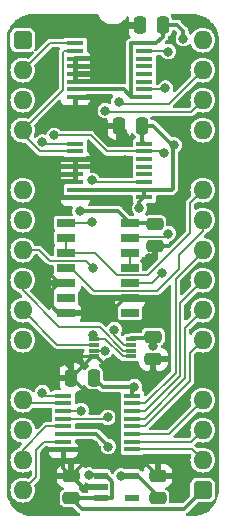
<source format=gtl>
%TF.GenerationSoftware,KiCad,Pcbnew,7.0.5*%
%TF.CreationDate,2024-02-08T16:32:16+02:00*%
%TF.ProjectId,SNES Controller Clock,534e4553-2043-46f6-9e74-726f6c6c6572,rev?*%
%TF.SameCoordinates,Original*%
%TF.FileFunction,Copper,L1,Top*%
%TF.FilePolarity,Positive*%
%FSLAX46Y46*%
G04 Gerber Fmt 4.6, Leading zero omitted, Abs format (unit mm)*
G04 Created by KiCad (PCBNEW 7.0.5) date 2024-02-08 16:32:16*
%MOMM*%
%LPD*%
G01*
G04 APERTURE LIST*
G04 Aperture macros list*
%AMRoundRect*
0 Rectangle with rounded corners*
0 $1 Rounding radius*
0 $2 $3 $4 $5 $6 $7 $8 $9 X,Y pos of 4 corners*
0 Add a 4 corners polygon primitive as box body*
4,1,4,$2,$3,$4,$5,$6,$7,$8,$9,$2,$3,0*
0 Add four circle primitives for the rounded corners*
1,1,$1+$1,$2,$3*
1,1,$1+$1,$4,$5*
1,1,$1+$1,$6,$7*
1,1,$1+$1,$8,$9*
0 Add four rect primitives between the rounded corners*
20,1,$1+$1,$2,$3,$4,$5,0*
20,1,$1+$1,$4,$5,$6,$7,0*
20,1,$1+$1,$6,$7,$8,$9,0*
20,1,$1+$1,$8,$9,$2,$3,0*%
G04 Aperture macros list end*
%TA.AperFunction,SMDPad,CuDef*%
%ADD10RoundRect,0.250000X0.475000X-0.250000X0.475000X0.250000X-0.475000X0.250000X-0.475000X-0.250000X0*%
%TD*%
%TA.AperFunction,SMDPad,CuDef*%
%ADD11R,0.850000X0.300000*%
%TD*%
%TA.AperFunction,SMDPad,CuDef*%
%ADD12R,1.150000X0.600000*%
%TD*%
%TA.AperFunction,SMDPad,CuDef*%
%ADD13RoundRect,0.250000X-0.475000X0.250000X-0.475000X-0.250000X0.475000X-0.250000X0.475000X0.250000X0*%
%TD*%
%TA.AperFunction,SMDPad,CuDef*%
%ADD14RoundRect,0.250000X0.250000X0.475000X-0.250000X0.475000X-0.250000X-0.475000X0.250000X-0.475000X0*%
%TD*%
%TA.AperFunction,SMDPad,CuDef*%
%ADD15R,1.550000X0.650000*%
%TD*%
%TA.AperFunction,SMDPad,CuDef*%
%ADD16R,1.450000X0.450000*%
%TD*%
%TA.AperFunction,ComponentPad*%
%ADD17RoundRect,0.400000X-0.400000X-0.400000X0.400000X-0.400000X0.400000X0.400000X-0.400000X0.400000X0*%
%TD*%
%TA.AperFunction,ComponentPad*%
%ADD18O,1.600000X1.600000*%
%TD*%
%TA.AperFunction,ComponentPad*%
%ADD19R,1.600000X1.600000*%
%TD*%
%TA.AperFunction,ViaPad*%
%ADD20C,0.800000*%
%TD*%
%TA.AperFunction,Conductor*%
%ADD21C,0.380000*%
%TD*%
%TA.AperFunction,Conductor*%
%ADD22C,0.200000*%
%TD*%
G04 APERTURE END LIST*
D10*
%TO.P,C10,1*%
%TO.N,/3.3V*%
X97790000Y-109900000D03*
%TO.P,C10,2*%
%TO.N,/GND*%
X97790000Y-108000000D03*
%TD*%
D11*
%TO.P,IC3,1,1A*%
%TO.N,/~{Device Registers}*%
X92405000Y-96405000D03*
%TO.P,IC3,2,1B*%
%TO.N,/A3*%
X92405000Y-96905000D03*
%TO.P,IC3,3,2Y*%
%TO.N,/~{Serial Select}*%
X92405000Y-97405000D03*
%TO.P,IC3,4,GND*%
%TO.N,/GND*%
X92405000Y-97905000D03*
%TO.P,IC3,5,2A*%
%TO.N,/~{Device Registers}*%
X95555000Y-97905000D03*
%TO.P,IC3,6,2B*%
%TO.N,/~{A3}*%
X95555000Y-97405000D03*
%TO.P,IC3,7,1Y*%
%TO.N,/~{LCD Select}*%
X95555000Y-96905000D03*
%TO.P,IC3,8,VCC*%
%TO.N,/3.3V*%
X95555000Y-96405000D03*
%TD*%
D12*
%TO.P,IC11,1,VIN*%
%TO.N,/5V*%
X92964000Y-108016000D03*
%TO.P,IC11,2,GND*%
%TO.N,/GND*%
X92964000Y-108966000D03*
%TO.P,IC11,3,EN*%
%TO.N,/5V*%
X92964000Y-109916000D03*
%TO.P,IC11,4,ADJ*%
%TO.N,unconnected-(IC11-ADJ-Pad4)*%
X95564000Y-109916000D03*
%TO.P,IC11,5,VOUT*%
%TO.N,/3.3V*%
X95564000Y-108016000D03*
%TD*%
D13*
%TO.P,C8,1*%
%TO.N,/3.3V*%
X97409000Y-96221000D03*
%TO.P,C8,2*%
%TO.N,/GND*%
X97409000Y-98121000D03*
%TD*%
D14*
%TO.P,C1,1*%
%TO.N,/3.3V*%
X92374000Y-99695000D03*
%TO.P,C1,2*%
%TO.N,/GND*%
X90474000Y-99695000D03*
%TD*%
%TO.P,C2,1*%
%TO.N,/3.3V*%
X96438000Y-78359000D03*
%TO.P,C2,2*%
%TO.N,/GND*%
X94538000Y-78359000D03*
%TD*%
D15*
%TO.P,IC5,1,1A*%
%TO.N,/Serial CP*%
X89985000Y-86614000D03*
%TO.P,IC5,2,1Y*%
%TO.N,/~{Serial CP}*%
X89985000Y-87884000D03*
%TO.P,IC5,3,2A*%
X89985000Y-89154000D03*
%TO.P,IC5,4,2Y*%
%TO.N,/Serial CP_{2}*%
X89985000Y-90424000D03*
%TO.P,IC5,5,3A*%
%TO.N,/GND*%
X89985000Y-91694000D03*
%TO.P,IC5,6,3Y*%
%TO.N,unconnected-(IC5-3Y-Pad6)*%
X89985000Y-92964000D03*
%TO.P,IC5,7,GND*%
%TO.N,/GND*%
X89985000Y-94234000D03*
%TO.P,IC5,8,4Y*%
%TO.N,unconnected-(IC5-4Y-Pad8)*%
X95435000Y-94234000D03*
%TO.P,IC5,9,4A*%
%TO.N,/GND*%
X95435000Y-92964000D03*
%TO.P,IC5,10,5Y*%
%TO.N,/Serial PL_{2}*%
X95435000Y-91694000D03*
%TO.P,IC5,11,5A*%
%TO.N,/~{Serial PL}*%
X95435000Y-90424000D03*
%TO.P,IC5,12,6Y*%
X95435000Y-89154000D03*
%TO.P,IC5,13,6A*%
%TO.N,/Serial PL*%
X95435000Y-87884000D03*
%TO.P,IC5,14,5V*%
%TO.N,/5V*%
X95435000Y-86614000D03*
%TD*%
D16*
%TO.P,IC2,1,~{MR}*%
%TO.N,/~{Reset}*%
X90801000Y-71385000D03*
%TO.P,IC2,2,CP*%
%TO.N,/CLK*%
X90801000Y-72035000D03*
%TO.P,IC2,3,D0*%
%TO.N,/GND*%
X90801000Y-72685000D03*
%TO.P,IC2,4,D1*%
X90801000Y-73335000D03*
%TO.P,IC2,5,D2*%
X90801000Y-73985000D03*
%TO.P,IC2,6,D3*%
X90801000Y-74635000D03*
%TO.P,IC2,7,CEP*%
%TO.N,/3.3V*%
X90801000Y-75285000D03*
%TO.P,IC2,8,GND*%
%TO.N,/GND*%
X90801000Y-75935000D03*
%TO.P,IC2,9,~{PE}*%
%TO.N,/3.3V*%
X96651000Y-75935000D03*
%TO.P,IC2,10,CET*%
%TO.N,/CEP*%
X96651000Y-75285000D03*
%TO.P,IC2,11,Q3*%
%TO.N,unconnected-(IC2-Q3-Pad11)*%
X96651000Y-74635000D03*
%TO.P,IC2,12,Q2*%
%TO.N,unconnected-(IC2-Q2-Pad12)*%
X96651000Y-73985000D03*
%TO.P,IC2,13,Q1*%
%TO.N,unconnected-(IC2-Q1-Pad13)*%
X96651000Y-73335000D03*
%TO.P,IC2,14,Q0*%
%TO.N,unconnected-(IC2-Q0-Pad14)*%
X96651000Y-72685000D03*
%TO.P,IC2,15,TC*%
%TO.N,/Serial PL*%
X96651000Y-72035000D03*
%TO.P,IC2,16,3V*%
%TO.N,/3.3V*%
X96651000Y-71385000D03*
%TD*%
D14*
%TO.P,C7,1*%
%TO.N,/3.3V*%
X98216000Y-69850000D03*
%TO.P,C7,2*%
%TO.N,/GND*%
X96316000Y-69850000D03*
%TD*%
D13*
%TO.P,C6,1*%
%TO.N,/5V*%
X97536000Y-86696000D03*
%TO.P,C6,2*%
%TO.N,/GND*%
X97536000Y-88596000D03*
%TD*%
D16*
%TO.P,IC4,1,A0*%
%TO.N,/A0*%
X89785000Y-101230000D03*
%TO.P,IC4,2,A1*%
%TO.N,/A1*%
X89785000Y-101880000D03*
%TO.P,IC4,3,A2*%
%TO.N,/A2*%
X89785000Y-102530000D03*
%TO.P,IC4,4,~{E1}*%
%TO.N,/~{Serial Select}*%
X89785000Y-103180000D03*
%TO.P,IC4,5,~{E2}*%
%TO.N,/~{RD}*%
X89785000Y-103830000D03*
%TO.P,IC4,6,E3*%
%TO.N,/3.3V*%
X89785000Y-104480000D03*
%TO.P,IC4,7,~{Y7}*%
%TO.N,/~{Y7}*%
X89785000Y-105130000D03*
%TO.P,IC4,8,GND*%
%TO.N,/GND*%
X89785000Y-105780000D03*
%TO.P,IC4,9,~{Y6}*%
%TO.N,/~{Y6}*%
X95635000Y-105780000D03*
%TO.P,IC4,10,~{Y5}*%
%TO.N,/~{Y5}*%
X95635000Y-105130000D03*
%TO.P,IC4,11,~{Y4}*%
%TO.N,/~{Y4}*%
X95635000Y-104480000D03*
%TO.P,IC4,12,~{Y3}*%
%TO.N,/~{Y3}*%
X95635000Y-103830000D03*
%TO.P,IC4,13,~{Y2}*%
%TO.N,/~{Y2}*%
X95635000Y-103180000D03*
%TO.P,IC4,14,~{Y1}*%
%TO.N,/~{Y1}*%
X95635000Y-102530000D03*
%TO.P,IC4,15,~{Y0}*%
%TO.N,/~{Y0}*%
X95635000Y-101880000D03*
%TO.P,IC4,16,3V*%
%TO.N,/3.3V*%
X95635000Y-101230000D03*
%TD*%
%TO.P,IC1,1,~{MR}*%
%TO.N,/~{Reset}*%
X90801000Y-79894000D03*
%TO.P,IC1,2,CP*%
%TO.N,/CLK*%
X90801000Y-80544000D03*
%TO.P,IC1,3,D0*%
%TO.N,/GND*%
X90801000Y-81194000D03*
%TO.P,IC1,4,D1*%
X90801000Y-81844000D03*
%TO.P,IC1,5,D2*%
X90801000Y-82494000D03*
%TO.P,IC1,6,D3*%
X90801000Y-83144000D03*
%TO.P,IC1,7,CEP*%
%TO.N,/3.3V*%
X90801000Y-83794000D03*
%TO.P,IC1,8,GND*%
%TO.N,/GND*%
X90801000Y-84444000D03*
%TO.P,IC1,9,~{PE}*%
%TO.N,/3.3V*%
X96651000Y-84444000D03*
%TO.P,IC1,10,CET*%
X96651000Y-83794000D03*
%TO.P,IC1,11,Q3*%
%TO.N,/Serial CP*%
X96651000Y-83144000D03*
%TO.P,IC1,12,Q2*%
%TO.N,unconnected-(IC1-Q2-Pad12)*%
X96651000Y-82494000D03*
%TO.P,IC1,13,Q1*%
%TO.N,unconnected-(IC1-Q1-Pad13)*%
X96651000Y-81844000D03*
%TO.P,IC1,14,Q0*%
%TO.N,unconnected-(IC1-Q0-Pad14)*%
X96651000Y-81194000D03*
%TO.P,IC1,15,TC*%
%TO.N,/CEP*%
X96651000Y-80544000D03*
%TO.P,IC1,16,3V*%
%TO.N,/3.3V*%
X96651000Y-79894000D03*
%TD*%
D10*
%TO.P,C9,1*%
%TO.N,/5V*%
X90454000Y-109900000D03*
%TO.P,C9,2*%
%TO.N,/GND*%
X90454000Y-108000000D03*
%TD*%
D17*
%TO.P,J2,1,Pin_1*%
%TO.N,/5V*%
X86360000Y-71120000D03*
D18*
%TO.P,J2,2,Pin_2*%
%TO.N,/~{Reset}*%
X86360000Y-73660000D03*
%TO.P,J2,3,Pin_3*%
%TO.N,unconnected-(J2-Pin_3-Pad3)*%
X86360000Y-76200000D03*
%TO.P,J2,4,Pin_4*%
%TO.N,/CLK*%
X86360000Y-78740000D03*
D19*
%TO.P,J2,5,Pin_5*%
%TO.N,/GND*%
X86360000Y-81280000D03*
D18*
%TO.P,J2,6,Pin_6*%
%TO.N,unconnected-(J2-Pin_6-Pad6)*%
X86360000Y-83820000D03*
%TO.P,J2,7,Pin_7*%
%TO.N,/CEP*%
X86360000Y-86360000D03*
%TO.P,J2,8,Pin_8*%
%TO.N,/~{Device Registers}*%
X86360000Y-88900000D03*
%TO.P,J2,9,Pin_9*%
%TO.N,/~{A3}*%
X86360000Y-91440000D03*
%TO.P,J2,10,Pin_10*%
%TO.N,/A3*%
X86360000Y-93980000D03*
%TO.P,J2,11,Pin_11*%
%TO.N,/A2*%
X86360000Y-96520000D03*
D19*
%TO.P,J2,12,Pin_12*%
%TO.N,/GND*%
X86360000Y-99060000D03*
D18*
%TO.P,J2,13,Pin_13*%
%TO.N,/A1*%
X86360000Y-101600000D03*
%TO.P,J2,14,Pin_14*%
%TO.N,/A0*%
X86360000Y-104140000D03*
%TO.P,J2,15,Pin_15*%
%TO.N,/~{RD}*%
X86360000Y-106680000D03*
%TO.P,J2,16,Pin_16*%
%TO.N,/~{Y7}*%
X86360000Y-109220000D03*
D17*
%TO.P,J2,17,Pin_17*%
%TO.N,/5V*%
X101600000Y-109220000D03*
D18*
%TO.P,J2,18,Pin_18*%
%TO.N,/~{Y6}*%
X101600000Y-106680000D03*
%TO.P,J2,19,Pin_19*%
%TO.N,/~{Y5}*%
X101600000Y-104140000D03*
%TO.P,J2,20,Pin_20*%
%TO.N,/~{Y4}*%
X101600000Y-101600000D03*
D19*
%TO.P,J2,21,Pin_21*%
%TO.N,/GND*%
X101600000Y-99060000D03*
D18*
%TO.P,J2,22,Pin_22*%
%TO.N,/~{Y3}*%
X101600000Y-96520000D03*
%TO.P,J2,23,Pin_23*%
%TO.N,/~{Y2}*%
X101600000Y-93980000D03*
%TO.P,J2,24,Pin_24*%
%TO.N,/~{Y1}*%
X101600000Y-91440000D03*
%TO.P,J2,25,Pin_25*%
%TO.N,/~{Y0}*%
X101600000Y-88900000D03*
%TO.P,J2,26,Pin_26*%
%TO.N,/Serial CP_{2}*%
X101600000Y-86360000D03*
%TO.P,J2,27,Pin_27*%
%TO.N,/~{Serial CP}*%
X101600000Y-83820000D03*
D19*
%TO.P,J2,28,Pin_28*%
%TO.N,/GND*%
X101600000Y-81280000D03*
D18*
%TO.P,J2,29,Pin_29*%
%TO.N,/Serial PL_{2}*%
X101600000Y-78740000D03*
%TO.P,J2,30,Pin_30*%
%TO.N,/~{Serial Select}*%
X101600000Y-76200000D03*
%TO.P,J2,31,Pin_31*%
%TO.N,/~{LCD Select}*%
X101600000Y-73660000D03*
%TO.P,J2,32,Pin_32*%
%TO.N,unconnected-(J2-Pin_32-Pad32)*%
X101600000Y-71120000D03*
%TD*%
D20*
%TO.N,/3.3V*%
X97409000Y-97021500D03*
X99187000Y-80010000D03*
X93599000Y-105537000D03*
X96237952Y-85372000D03*
X95786000Y-100457000D03*
X94673248Y-108011053D03*
X99949000Y-70993000D03*
%TO.N,/GND*%
X92570115Y-101231885D03*
X93472000Y-70738996D03*
X97409000Y-99314000D03*
X88138006Y-90424000D03*
X94996000Y-79356990D03*
X89598500Y-98361500D03*
X94996000Y-84963000D03*
X97028000Y-89535000D03*
X97155000Y-93091000D03*
X92357000Y-105397115D03*
X94996000Y-81280000D03*
X92456000Y-76327000D03*
X88138000Y-86995000D03*
%TO.N,/5V*%
X91186000Y-85598000D03*
X91948000Y-107950000D03*
%TO.N,/~{Reset}*%
X88011000Y-79756000D03*
%TO.N,/Serial CP*%
X92202000Y-86487000D03*
X92202000Y-83004004D03*
%TO.N,/CEP*%
X89027000Y-79183000D03*
X98270000Y-80716676D03*
X98425000Y-75184000D03*
%TO.N,/Serial PL*%
X98679000Y-72090522D03*
X98661748Y-87500125D03*
%TO.N,/~{Device Registers}*%
X92329000Y-90424000D03*
X92329000Y-96077000D03*
%TO.N,/~{Serial Select}*%
X93328457Y-97421920D03*
X93549600Y-103072170D03*
X93345000Y-77089000D03*
%TO.N,/~{LCD Select}*%
X94107000Y-95631000D03*
X94488000Y-76327000D03*
%TO.N,/A0*%
X88011000Y-100965000D03*
%TO.N,/A2*%
X91285000Y-102489000D03*
%TO.N,/Serial PL_{2}*%
X98171000Y-90805000D03*
%TD*%
D21*
%TO.N,/GND*%
X94361004Y-70738996D02*
X93472000Y-70738996D01*
X96189000Y-69977000D02*
X95123000Y-69977000D01*
X95123000Y-69977000D02*
X94361004Y-70738996D01*
%TO.N,/3.3V*%
X99949000Y-70358000D02*
X99949000Y-70993000D01*
X99441000Y-69850000D02*
X99949000Y-70358000D01*
X98216000Y-69850000D02*
X99441000Y-69850000D01*
X98216000Y-70821000D02*
X98216000Y-69850000D01*
X97652000Y-71385000D02*
X98216000Y-70821000D01*
X96651000Y-71385000D02*
X97652000Y-71385000D01*
X98959000Y-83794000D02*
X99060000Y-83693000D01*
X96078000Y-108016000D02*
X95564000Y-108016000D01*
X92374000Y-99695000D02*
X93136000Y-100457000D01*
X93136000Y-100457000D02*
X95786000Y-100457000D01*
X95536000Y-71395000D02*
X95546000Y-71385000D01*
X95536000Y-75925000D02*
X95536000Y-71395000D01*
X95635000Y-100608000D02*
X95786000Y-100457000D01*
X95546000Y-71385000D02*
X96651000Y-71385000D01*
X96651000Y-84444000D02*
X96651000Y-83794000D01*
X96651000Y-84444000D02*
X96237952Y-84857048D01*
X93599000Y-105521886D02*
X93599000Y-105537000D01*
X96438000Y-78359000D02*
X96438000Y-79681000D01*
X90801000Y-83794000D02*
X96651000Y-83794000D01*
X97962000Y-109900000D02*
X96078000Y-108016000D01*
X97409000Y-97021500D02*
X97409000Y-96221000D01*
X89785000Y-104480000D02*
X92557114Y-104480000D01*
X90801000Y-75285000D02*
X94896000Y-75285000D01*
X99187000Y-80010000D02*
X99187000Y-80137000D01*
X94678195Y-108016000D02*
X94673248Y-108011053D01*
X96438000Y-79681000D02*
X96651000Y-79894000D01*
X95635000Y-101230000D02*
X95635000Y-100608000D01*
X96651000Y-75935000D02*
X95546000Y-75935000D01*
X95564000Y-108016000D02*
X94678195Y-108016000D01*
X97409000Y-78359000D02*
X96438000Y-78359000D01*
X92557114Y-104480000D02*
X93599000Y-105521886D01*
X99060000Y-83693000D02*
X99060000Y-80010000D01*
X96651000Y-83794000D02*
X98959000Y-83794000D01*
X96237952Y-84857048D02*
X96237952Y-85372000D01*
X94896000Y-75285000D02*
X95536000Y-75925000D01*
X99060000Y-80010000D02*
X99187000Y-80010000D01*
X97265000Y-96365000D02*
X95555000Y-96365000D01*
X99187000Y-80137000D02*
X97409000Y-78359000D01*
X95546000Y-75935000D02*
X95536000Y-75925000D01*
%TO.N,/GND*%
X97409000Y-99314000D02*
X93980000Y-99314000D01*
X90474000Y-99695000D02*
X90474000Y-98983000D01*
X88820000Y-93679000D02*
X89375000Y-94234000D01*
X91420000Y-108966000D02*
X90454000Y-108000000D01*
X87884000Y-99060000D02*
X86360000Y-99060000D01*
X89696000Y-83144000D02*
X89686000Y-83154000D01*
X92611000Y-97945000D02*
X92224000Y-97945000D01*
X90801000Y-83144000D02*
X89696000Y-83144000D01*
X89785000Y-107331000D02*
X90454000Y-108000000D01*
X96724000Y-106934000D02*
X91520000Y-106934000D01*
X99949000Y-82931000D02*
X99949000Y-87330102D01*
X89375000Y-91694000D02*
X88820000Y-92249000D01*
X101600000Y-81280000D02*
X99949000Y-82931000D01*
X94910000Y-81194000D02*
X94996000Y-81280000D01*
X93715000Y-94234000D02*
X89985000Y-94234000D01*
X94477000Y-84444000D02*
X94996000Y-84963000D01*
X90474000Y-98983000D02*
X89852500Y-98361500D01*
X92087885Y-101231885D02*
X92570115Y-101231885D01*
X88138000Y-83915085D02*
X88138000Y-86995000D01*
X90474000Y-99695000D02*
X88519000Y-99695000D01*
X88820000Y-92249000D02*
X88820000Y-93679000D01*
X90801000Y-81194000D02*
X94910000Y-81194000D01*
X90801000Y-81194000D02*
X86446000Y-81194000D01*
X90801000Y-84444000D02*
X94477000Y-84444000D01*
X94985000Y-92964000D02*
X93715000Y-94234000D01*
X86360000Y-81280000D02*
X86360000Y-82137085D01*
X89785000Y-105780000D02*
X89785000Y-107331000D01*
X88519000Y-99695000D02*
X87884000Y-99060000D01*
X93980000Y-99314000D02*
X92611000Y-97945000D01*
X94538000Y-78359000D02*
X94996000Y-78817000D01*
X89852500Y-98361500D02*
X89598500Y-98361500D01*
X94996000Y-78817000D02*
X94996000Y-79356990D01*
X98760102Y-88519000D02*
X97613000Y-88519000D01*
X89785000Y-105780000D02*
X91974115Y-105780000D01*
X86360000Y-82137085D02*
X88138000Y-83915085D01*
X90801000Y-82494000D02*
X90801000Y-83144000D01*
X99949000Y-87330102D02*
X98760102Y-88519000D01*
X91520000Y-106934000D02*
X90454000Y-108000000D01*
X90551000Y-99695000D02*
X92087885Y-101231885D01*
X97536000Y-88596000D02*
X97536000Y-89027000D01*
X89686000Y-84434000D02*
X89696000Y-84444000D01*
X90801000Y-75935000D02*
X92064000Y-75935000D01*
X89686000Y-83154000D02*
X89686000Y-84434000D01*
X97155000Y-93091000D02*
X95562000Y-93091000D01*
X92964000Y-108966000D02*
X91420000Y-108966000D01*
X90801000Y-81194000D02*
X90801000Y-81844000D01*
X90801000Y-81844000D02*
X90801000Y-82494000D01*
X89696000Y-84444000D02*
X90801000Y-84444000D01*
X92224000Y-97945000D02*
X90474000Y-99695000D01*
X97409000Y-98121000D02*
X97409000Y-99314000D01*
X92064000Y-75935000D02*
X92456000Y-76327000D01*
X97536000Y-89027000D02*
X97028000Y-89535000D01*
X89408006Y-91694000D02*
X88138006Y-90424000D01*
X97790000Y-108000000D02*
X96724000Y-106934000D01*
X89375000Y-94234000D02*
X89985000Y-94234000D01*
X89985000Y-91694000D02*
X89375000Y-91694000D01*
X91974115Y-105780000D02*
X92357000Y-105397115D01*
%TO.N,/5V*%
X95435000Y-86614000D02*
X94419000Y-85598000D01*
X95435000Y-86614000D02*
X97454000Y-86614000D01*
X92964000Y-109916000D02*
X93919000Y-109916000D01*
X93929000Y-108501004D02*
X93443996Y-108016000D01*
X90454000Y-109900000D02*
X92948000Y-109900000D01*
X91344000Y-110790000D02*
X100030000Y-110790000D01*
X93919000Y-109916000D02*
X93929000Y-109906000D01*
X91948000Y-107950000D02*
X92898000Y-107950000D01*
X93443996Y-108016000D02*
X92964000Y-108016000D01*
X100030000Y-110790000D02*
X101600000Y-109220000D01*
X94419000Y-85598000D02*
X91186000Y-85598000D01*
X93929000Y-109906000D02*
X93929000Y-108501004D01*
X90454000Y-109900000D02*
X91344000Y-110790000D01*
D22*
%TO.N,/CLK*%
X89776000Y-72160000D02*
X89901000Y-72035000D01*
X87809050Y-80544000D02*
X86360000Y-79094950D01*
X86360000Y-78740000D02*
X89776000Y-75324000D01*
X89776000Y-75324000D02*
X89776000Y-72160000D01*
X90801000Y-80544000D02*
X87809050Y-80544000D01*
X89901000Y-72035000D02*
X90801000Y-72035000D01*
%TO.N,/~{Reset}*%
X88138000Y-79883000D02*
X88011000Y-79756000D01*
X86360000Y-73660000D02*
X88635000Y-71385000D01*
X88635000Y-71385000D02*
X90801000Y-71385000D01*
X90790000Y-79883000D02*
X88138000Y-79883000D01*
%TO.N,/Serial CP*%
X92341996Y-83144000D02*
X92202000Y-83004004D01*
X92075000Y-86614000D02*
X89985000Y-86614000D01*
X96651000Y-83144000D02*
X92341996Y-83144000D01*
X92202000Y-86487000D02*
X92075000Y-86614000D01*
%TO.N,/CEP*%
X96651000Y-80544000D02*
X98097324Y-80544000D01*
X98097324Y-80544000D02*
X98270000Y-80716676D01*
X96651000Y-75285000D02*
X98324000Y-75285000D01*
X98324000Y-75285000D02*
X98425000Y-75184000D01*
X93498000Y-80544000D02*
X92122294Y-79168294D01*
X89041706Y-79168294D02*
X89027000Y-79183000D01*
X92122294Y-79168294D02*
X89041706Y-79168294D01*
X96651000Y-80544000D02*
X93498000Y-80544000D01*
%TO.N,/Serial PL*%
X96651000Y-72035000D02*
X98623478Y-72035000D01*
X98623478Y-72035000D02*
X98679000Y-72090522D01*
X98404873Y-87757000D02*
X98661748Y-87500125D01*
X95562000Y-87757000D02*
X98404873Y-87757000D01*
%TO.N,/~{Device Registers}*%
X92405000Y-96153000D02*
X92329000Y-96077000D01*
X91694000Y-89789000D02*
X92329000Y-90424000D01*
X95555000Y-97905000D02*
X94814314Y-97905000D01*
X94814314Y-97905000D02*
X93314314Y-96405000D01*
X87757000Y-88900000D02*
X88646000Y-89789000D01*
X92405000Y-96405000D02*
X92405000Y-96153000D01*
X93314314Y-96405000D02*
X92405000Y-96405000D01*
X86360000Y-88900000D02*
X87757000Y-88900000D01*
X88646000Y-89789000D02*
X91694000Y-89789000D01*
%TO.N,/A3*%
X86360000Y-93980000D02*
X89285000Y-96905000D01*
X89285000Y-96905000D02*
X92405000Y-96905000D01*
%TO.N,/~{Serial Select}*%
X93328457Y-97421920D02*
X92421920Y-97421920D01*
X89794000Y-103189000D02*
X93432770Y-103189000D01*
X93345000Y-77089000D02*
X93473500Y-77217500D01*
X100582500Y-77217500D02*
X101600000Y-76200000D01*
X93473500Y-77217500D02*
X100582500Y-77217500D01*
X93432770Y-103189000D02*
X93549600Y-103072170D01*
%TO.N,/~{A3}*%
X89428000Y-95377000D02*
X92852000Y-95377000D01*
X94880000Y-97405000D02*
X95555000Y-97405000D01*
X86360000Y-92309000D02*
X89428000Y-95377000D01*
X86360000Y-91440000D02*
X86360000Y-92309000D01*
X92852000Y-95377000D02*
X94880000Y-97405000D01*
%TO.N,/~{LCD Select}*%
X94107000Y-96066314D02*
X94107000Y-95631000D01*
X94678500Y-76517500D02*
X94488000Y-76327000D01*
X98742500Y-76517500D02*
X94678500Y-76517500D01*
X101600000Y-73660000D02*
X98742500Y-76517500D01*
X95555000Y-96905000D02*
X94945686Y-96905000D01*
X94107000Y-96066314D02*
X94945686Y-96905000D01*
%TO.N,/A0*%
X88276000Y-101230000D02*
X88011000Y-100965000D01*
X89785000Y-101230000D02*
X88276000Y-101230000D01*
%TO.N,/A1*%
X86640000Y-101880000D02*
X89785000Y-101880000D01*
%TO.N,/A2*%
X89785000Y-102530000D02*
X91244000Y-102530000D01*
X91244000Y-102530000D02*
X91285000Y-102489000D01*
%TO.N,/~{RD}*%
X86360000Y-105791000D02*
X88321000Y-103830000D01*
X88321000Y-103830000D02*
X89785000Y-103830000D01*
X86360000Y-106457000D02*
X86360000Y-105791000D01*
%TO.N,/~{Y1}*%
X96687000Y-102530000D02*
X99695000Y-99522000D01*
X99695000Y-99522000D02*
X99695000Y-93345000D01*
X99695000Y-93345000D02*
X101600000Y-91440000D01*
X95635000Y-102530000D02*
X96687000Y-102530000D01*
%TO.N,/~{Y0}*%
X96687000Y-101880000D02*
X99295000Y-99272000D01*
X99295000Y-99272000D02*
X99295000Y-91363636D01*
X99295000Y-91363636D02*
X101600000Y-89058636D01*
X95635000Y-101880000D02*
X96687000Y-101880000D01*
%TO.N,/~{Y7}*%
X86360000Y-109220000D02*
X87503000Y-108077000D01*
X87503000Y-108077000D02*
X87503000Y-105791000D01*
X87503000Y-105791000D02*
X88164000Y-105130000D01*
X88164000Y-105130000D02*
X89785000Y-105130000D01*
%TO.N,/~{Y6}*%
X95635000Y-105780000D02*
X100700000Y-105780000D01*
X100700000Y-105780000D02*
X101600000Y-106680000D01*
%TO.N,/~{Y5}*%
X100610000Y-105130000D02*
X101600000Y-104140000D01*
X95635000Y-105130000D02*
X100610000Y-105130000D01*
%TO.N,/~{Y4}*%
X98720000Y-104480000D02*
X101600000Y-101600000D01*
X95635000Y-104480000D02*
X98720000Y-104480000D01*
%TO.N,/~{Y3}*%
X96687000Y-103830000D02*
X100500000Y-100017000D01*
X100500000Y-97620000D02*
X101600000Y-96520000D01*
X100500000Y-100017000D02*
X100500000Y-97620000D01*
X95635000Y-103830000D02*
X96687000Y-103830000D01*
%TO.N,/~{Y2}*%
X100100000Y-95480000D02*
X101600000Y-93980000D01*
X100100000Y-99767000D02*
X100100000Y-95480000D01*
X95635000Y-103180000D02*
X96687000Y-103180000D01*
X96687000Y-103180000D02*
X100100000Y-99767000D01*
%TO.N,/~{Serial CP}*%
X96937050Y-91049000D02*
X100500000Y-87486050D01*
X100500000Y-87486050D02*
X100500000Y-84920000D01*
X100500000Y-84920000D02*
X101600000Y-83820000D01*
X94360000Y-91049000D02*
X96937050Y-91049000D01*
X89985000Y-89154000D02*
X92465000Y-89154000D01*
X92465000Y-89154000D02*
X94360000Y-91049000D01*
X89985000Y-87884000D02*
X89985000Y-89154000D01*
%TO.N,/Serial CP_{2}*%
X99568000Y-90524950D02*
X99568000Y-89281000D01*
X99568000Y-89281000D02*
X101600000Y-87249000D01*
X92350000Y-92339000D02*
X97753950Y-92339000D01*
X101600000Y-87249000D02*
X101600000Y-86360000D01*
X97753950Y-92339000D02*
X99568000Y-90524950D01*
X90435000Y-90424000D02*
X92350000Y-92339000D01*
%TO.N,/Serial PL_{2}*%
X95435000Y-91694000D02*
X97282000Y-91694000D01*
X97282000Y-91694000D02*
X98171000Y-90805000D01*
%TO.N,/~{Serial PL}*%
X95435000Y-89154000D02*
X95435000Y-90424000D01*
%TD*%
%TA.AperFunction,Conductor*%
%TO.N,/GND*%
G36*
X91611994Y-100324906D02*
G01*
X91663194Y-100372448D01*
X91672818Y-100392529D01*
X91680203Y-100412329D01*
X91680206Y-100412335D01*
X91766452Y-100527544D01*
X91766455Y-100527547D01*
X91881664Y-100613793D01*
X91881671Y-100613797D01*
X91915636Y-100626465D01*
X92016517Y-100664091D01*
X92076127Y-100670500D01*
X92671872Y-100670499D01*
X92675176Y-100670499D01*
X92742215Y-100690183D01*
X92762857Y-100706818D01*
X92804555Y-100748516D01*
X92809191Y-100753704D01*
X92821417Y-100769034D01*
X92832999Y-100783557D01*
X92880121Y-100815684D01*
X92881970Y-100816996D01*
X92892001Y-100824399D01*
X92927841Y-100850851D01*
X92935216Y-100854748D01*
X92942713Y-100858359D01*
X92942715Y-100858360D01*
X92997195Y-100875164D01*
X92999337Y-100875869D01*
X93053181Y-100894711D01*
X93053183Y-100894711D01*
X93061340Y-100896254D01*
X93069602Y-100897500D01*
X93069605Y-100897500D01*
X93126585Y-100897500D01*
X93128867Y-100897542D01*
X93185877Y-100899675D01*
X93185877Y-100899674D01*
X93185878Y-100899675D01*
X93195112Y-100898635D01*
X93195208Y-100899489D01*
X93210321Y-100897500D01*
X94535500Y-100897500D01*
X94602539Y-100917185D01*
X94648294Y-100969989D01*
X94659500Y-101021500D01*
X94659500Y-101479673D01*
X94669671Y-101530810D01*
X94669671Y-101579190D01*
X94659500Y-101630326D01*
X94659500Y-102129673D01*
X94669671Y-102180809D01*
X94669671Y-102229188D01*
X94659500Y-102280325D01*
X94659500Y-102779673D01*
X94669671Y-102830810D01*
X94669671Y-102879190D01*
X94659500Y-102930326D01*
X94659500Y-103429673D01*
X94669671Y-103480809D01*
X94669671Y-103529188D01*
X94659500Y-103580325D01*
X94659500Y-104079673D01*
X94669671Y-104130810D01*
X94669671Y-104179190D01*
X94659500Y-104230326D01*
X94659500Y-104729673D01*
X94669671Y-104780809D01*
X94669671Y-104829188D01*
X94659500Y-104880325D01*
X94659500Y-105379673D01*
X94669671Y-105430810D01*
X94669671Y-105479190D01*
X94659500Y-105530326D01*
X94659500Y-106029678D01*
X94674032Y-106102735D01*
X94674033Y-106102739D01*
X94674034Y-106102740D01*
X94729399Y-106185601D01*
X94812259Y-106240965D01*
X94812260Y-106240966D01*
X94812264Y-106240967D01*
X94885321Y-106255499D01*
X94885324Y-106255500D01*
X94885326Y-106255500D01*
X96384676Y-106255500D01*
X96384677Y-106255499D01*
X96457740Y-106240966D01*
X96540601Y-106185601D01*
X96540605Y-106185594D01*
X96549234Y-106176967D01*
X96550009Y-106177742D01*
X96594204Y-106140805D01*
X96643697Y-106130500D01*
X100330000Y-106130500D01*
X100330000Y-109867039D01*
X99883858Y-110313181D01*
X99822535Y-110346666D01*
X99796177Y-110349500D01*
X98887244Y-110349500D01*
X98820205Y-110329815D01*
X98774450Y-110277011D01*
X98763954Y-110212248D01*
X98765500Y-110197873D01*
X98765499Y-109602128D01*
X98759091Y-109542517D01*
X98750045Y-109518264D01*
X98708797Y-109407671D01*
X98708793Y-109407664D01*
X98622547Y-109292455D01*
X98622544Y-109292452D01*
X98507335Y-109206206D01*
X98507329Y-109206203D01*
X98487529Y-109198818D01*
X98431596Y-109156946D01*
X98407179Y-109091482D01*
X98422031Y-109023209D01*
X98471437Y-108973804D01*
X98491860Y-108964930D01*
X98584117Y-108934359D01*
X98584124Y-108934356D01*
X98733345Y-108842315D01*
X98857315Y-108718345D01*
X98949356Y-108569124D01*
X98949358Y-108569119D01*
X99004505Y-108402697D01*
X99004506Y-108402690D01*
X99014999Y-108299986D01*
X99015000Y-108299973D01*
X99015000Y-108250000D01*
X97664000Y-108250000D01*
X97596961Y-108230315D01*
X97551206Y-108177511D01*
X97540000Y-108126000D01*
X97540000Y-107749999D01*
X98039999Y-107749999D01*
X98040000Y-107750000D01*
X99014999Y-107750000D01*
X99014999Y-107700028D01*
X99014998Y-107700013D01*
X99004505Y-107597302D01*
X98949358Y-107430880D01*
X98949356Y-107430875D01*
X98857315Y-107281654D01*
X98733345Y-107157684D01*
X98584124Y-107065643D01*
X98584119Y-107065641D01*
X98417697Y-107010494D01*
X98417690Y-107010493D01*
X98314986Y-107000000D01*
X98040000Y-107000000D01*
X98039999Y-107749999D01*
X97540000Y-107749999D01*
X97540000Y-107000000D01*
X97265029Y-107000000D01*
X97265012Y-107000001D01*
X97162302Y-107010494D01*
X96995880Y-107065641D01*
X96995875Y-107065643D01*
X96846654Y-107157684D01*
X96722684Y-107281654D01*
X96630643Y-107430875D01*
X96630642Y-107430878D01*
X96584195Y-107571045D01*
X96544422Y-107628489D01*
X96479906Y-107655312D01*
X96411130Y-107642997D01*
X96363387Y-107600931D01*
X96319601Y-107535399D01*
X96236740Y-107480034D01*
X96236739Y-107480033D01*
X96236735Y-107480032D01*
X96163677Y-107465500D01*
X96163674Y-107465500D01*
X95064105Y-107465500D01*
X95006479Y-107451296D01*
X94905611Y-107398356D01*
X94752234Y-107360553D01*
X94752233Y-107360553D01*
X94594263Y-107360553D01*
X94594262Y-107360553D01*
X94440882Y-107398356D01*
X94301010Y-107471768D01*
X94301007Y-107471770D01*
X94301008Y-107471770D01*
X94188949Y-107571045D01*
X94182764Y-107576524D01*
X94093029Y-107706528D01*
X94093027Y-107706531D01*
X94068772Y-107770485D01*
X94026594Y-107826187D01*
X93960996Y-107850243D01*
X93892806Y-107835015D01*
X93865150Y-107814193D01*
X93825819Y-107774862D01*
X93792334Y-107713539D01*
X93790591Y-107697337D01*
X93790097Y-107697386D01*
X93789500Y-107691331D01*
X93789500Y-107691326D01*
X93774966Y-107618260D01*
X93719601Y-107535399D01*
X93636740Y-107480034D01*
X93636739Y-107480033D01*
X93636735Y-107480032D01*
X93563677Y-107465500D01*
X93563674Y-107465500D01*
X92429105Y-107465500D01*
X92362066Y-107445815D01*
X92346879Y-107434316D01*
X92320240Y-107410717D01*
X92320238Y-107410715D01*
X92180365Y-107337303D01*
X92026986Y-107299500D01*
X92026985Y-107299500D01*
X91869015Y-107299500D01*
X91715634Y-107337304D01*
X91697198Y-107346980D01*
X91628689Y-107360703D01*
X91563636Y-107335209D01*
X91534035Y-107302276D01*
X91521317Y-107281657D01*
X91521316Y-107281655D01*
X91397345Y-107157684D01*
X91248124Y-107065643D01*
X91248119Y-107065641D01*
X91081697Y-107010494D01*
X91081690Y-107010493D01*
X90978986Y-107000000D01*
X90704000Y-107000000D01*
X90704000Y-108126000D01*
X90684315Y-108193039D01*
X90631511Y-108238794D01*
X90580000Y-108250000D01*
X89229001Y-108250000D01*
X89229001Y-108299986D01*
X89239494Y-108402697D01*
X89294641Y-108569119D01*
X89294643Y-108569124D01*
X89386684Y-108718345D01*
X89510654Y-108842315D01*
X89659875Y-108934356D01*
X89659880Y-108934358D01*
X89752140Y-108964930D01*
X89809585Y-109004702D01*
X89836408Y-109069218D01*
X89824093Y-109137994D01*
X89776550Y-109189194D01*
X89756471Y-109198817D01*
X89736674Y-109206201D01*
X89736664Y-109206206D01*
X89621455Y-109292452D01*
X89621452Y-109292455D01*
X89535206Y-109407664D01*
X89535202Y-109407671D01*
X89484911Y-109542511D01*
X89484909Y-109542517D01*
X89478500Y-109602127D01*
X89478500Y-109602134D01*
X89478500Y-109602135D01*
X89478500Y-110197870D01*
X89478501Y-110197876D01*
X89484908Y-110257483D01*
X89535202Y-110392328D01*
X89535206Y-110392335D01*
X89621452Y-110507544D01*
X89621455Y-110507547D01*
X89736664Y-110593793D01*
X89736671Y-110593797D01*
X89781618Y-110610561D01*
X89871517Y-110644091D01*
X89931127Y-110650500D01*
X90530176Y-110650499D01*
X90597215Y-110670183D01*
X90617857Y-110686818D01*
X91012555Y-111081516D01*
X91017191Y-111086704D01*
X91033633Y-111107320D01*
X91040999Y-111116557D01*
X91088121Y-111148684D01*
X91089970Y-111149996D01*
X91093164Y-111152353D01*
X91135841Y-111183851D01*
X91143216Y-111187748D01*
X91150712Y-111191358D01*
X91150715Y-111191360D01*
X91150717Y-111191360D01*
X91159088Y-111195392D01*
X91158276Y-111197076D01*
X91206967Y-111229311D01*
X91235125Y-111293255D01*
X91224243Y-111362272D01*
X91177774Y-111414449D01*
X91112159Y-111433232D01*
X87630000Y-111433232D01*
X87630000Y-108445681D01*
X87716046Y-108359634D01*
X87735902Y-108343511D01*
X87743669Y-108338437D01*
X87763873Y-108312477D01*
X87768941Y-108306739D01*
X87771375Y-108304307D01*
X87783325Y-108287567D01*
X87784832Y-108285548D01*
X87815517Y-108246126D01*
X87815519Y-108246118D01*
X87819017Y-108239655D01*
X87822241Y-108233063D01*
X87823576Y-108228577D01*
X87836506Y-108185144D01*
X87837264Y-108182777D01*
X87853500Y-108135488D01*
X87853500Y-108135481D01*
X87854706Y-108128256D01*
X87855617Y-108120952D01*
X87853553Y-108071051D01*
X87853500Y-108068489D01*
X87853500Y-107750000D01*
X89229000Y-107750000D01*
X90204000Y-107750000D01*
X90204000Y-107000000D01*
X89929029Y-107000000D01*
X89929012Y-107000001D01*
X89826302Y-107010494D01*
X89659880Y-107065641D01*
X89659875Y-107065643D01*
X89510654Y-107157684D01*
X89386684Y-107281654D01*
X89294643Y-107430875D01*
X89294641Y-107430880D01*
X89239494Y-107597302D01*
X89239493Y-107597309D01*
X89229000Y-107700013D01*
X89229000Y-107750000D01*
X87853500Y-107750000D01*
X87853500Y-106005000D01*
X88560000Y-106005000D01*
X88560000Y-106052844D01*
X88566401Y-106112372D01*
X88566403Y-106112379D01*
X88616645Y-106247086D01*
X88616649Y-106247093D01*
X88702809Y-106362187D01*
X88702812Y-106362190D01*
X88817906Y-106448350D01*
X88817913Y-106448354D01*
X88952620Y-106498596D01*
X88952627Y-106498598D01*
X89012155Y-106504999D01*
X89012172Y-106505000D01*
X89560000Y-106505000D01*
X89560000Y-106005000D01*
X90010000Y-106005000D01*
X90010000Y-106505000D01*
X90557828Y-106505000D01*
X90557844Y-106504999D01*
X90617372Y-106498598D01*
X90617379Y-106498596D01*
X90752086Y-106448354D01*
X90752093Y-106448350D01*
X90867187Y-106362190D01*
X90867190Y-106362187D01*
X90953350Y-106247093D01*
X90953354Y-106247086D01*
X91003596Y-106112379D01*
X91003598Y-106112372D01*
X91009999Y-106052844D01*
X91010000Y-106052827D01*
X91010000Y-106005000D01*
X90010000Y-106005000D01*
X89560000Y-106005000D01*
X88560000Y-106005000D01*
X87853500Y-106005000D01*
X87853500Y-105987544D01*
X87873185Y-105920505D01*
X87889819Y-105899863D01*
X88272863Y-105516819D01*
X88334186Y-105483334D01*
X88360544Y-105480500D01*
X88436000Y-105480500D01*
X88503039Y-105500185D01*
X88521208Y-105521153D01*
X88523681Y-105518681D01*
X88560000Y-105555000D01*
X88870817Y-105555000D01*
X88937856Y-105574685D01*
X88939706Y-105575897D01*
X88962259Y-105590966D01*
X89035323Y-105605500D01*
X89035326Y-105605500D01*
X90534676Y-105605500D01*
X90607740Y-105590966D01*
X90630294Y-105575897D01*
X90696972Y-105555020D01*
X90699183Y-105555000D01*
X91010000Y-105555000D01*
X91010000Y-105507172D01*
X91009999Y-105507155D01*
X91003598Y-105447627D01*
X91003596Y-105447620D01*
X90953354Y-105312913D01*
X90953350Y-105312906D01*
X90867191Y-105197814D01*
X90867185Y-105197807D01*
X90810188Y-105155139D01*
X90768318Y-105099205D01*
X90760500Y-105055873D01*
X90760500Y-105044500D01*
X90780185Y-104977461D01*
X90832989Y-104931706D01*
X90884500Y-104920500D01*
X92323291Y-104920500D01*
X92390330Y-104940185D01*
X92410972Y-104956819D01*
X92907404Y-105453251D01*
X92940888Y-105514572D01*
X92942503Y-105529593D01*
X92942818Y-105529555D01*
X92962762Y-105693818D01*
X93018780Y-105841523D01*
X93108517Y-105971530D01*
X93226760Y-106076283D01*
X93226762Y-106076284D01*
X93366634Y-106149696D01*
X93520014Y-106187500D01*
X93520015Y-106187500D01*
X93677985Y-106187500D01*
X93831365Y-106149696D01*
X93884064Y-106122037D01*
X93971240Y-106076283D01*
X94089483Y-105971530D01*
X94179220Y-105841523D01*
X94235237Y-105693818D01*
X94254278Y-105537000D01*
X94244322Y-105455000D01*
X94235237Y-105380181D01*
X94209723Y-105312906D01*
X94179220Y-105232477D01*
X94089483Y-105102470D01*
X93971240Y-104997717D01*
X93971238Y-104997716D01*
X93971237Y-104997715D01*
X93831365Y-104924303D01*
X93677986Y-104886500D01*
X93677985Y-104886500D01*
X93637937Y-104886500D01*
X93570898Y-104866815D01*
X93550256Y-104850181D01*
X92888557Y-104188482D01*
X92883920Y-104183294D01*
X92863159Y-104157260D01*
X92860115Y-104153443D01*
X92860114Y-104153442D01*
X92860113Y-104153441D01*
X92813007Y-104121324D01*
X92811117Y-104119983D01*
X92774800Y-104093181D01*
X92765271Y-104086148D01*
X92765269Y-104086147D01*
X92757908Y-104082256D01*
X92750398Y-104078639D01*
X92695932Y-104061839D01*
X92693729Y-104061114D01*
X92639933Y-104042289D01*
X92631754Y-104040741D01*
X92623513Y-104039500D01*
X92623509Y-104039500D01*
X92566518Y-104039500D01*
X92564236Y-104039457D01*
X92540175Y-104038557D01*
X92507236Y-104037324D01*
X92498004Y-104038365D01*
X92497907Y-104037510D01*
X92482794Y-104039500D01*
X90884500Y-104039500D01*
X90817461Y-104019815D01*
X90771706Y-103967011D01*
X90760500Y-103915500D01*
X90760500Y-103663500D01*
X90780185Y-103596461D01*
X90832989Y-103550706D01*
X90884500Y-103539500D01*
X93049114Y-103539500D01*
X93116153Y-103559185D01*
X93131340Y-103570684D01*
X93177359Y-103611452D01*
X93177361Y-103611454D01*
X93317234Y-103684866D01*
X93470614Y-103722670D01*
X93470615Y-103722670D01*
X93628585Y-103722670D01*
X93781965Y-103684866D01*
X93822674Y-103663500D01*
X93921840Y-103611453D01*
X94040083Y-103506700D01*
X94129820Y-103376693D01*
X94185837Y-103228988D01*
X94204878Y-103072170D01*
X94185837Y-102915352D01*
X94129820Y-102767647D01*
X94040083Y-102637640D01*
X93921840Y-102532887D01*
X93921838Y-102532886D01*
X93921837Y-102532885D01*
X93781965Y-102459473D01*
X93628586Y-102421670D01*
X93628585Y-102421670D01*
X93470615Y-102421670D01*
X93470614Y-102421670D01*
X93317234Y-102459473D01*
X93177362Y-102532885D01*
X93059116Y-102637641D01*
X92969378Y-102767648D01*
X92967030Y-102772124D01*
X92918447Y-102822337D01*
X92857233Y-102838500D01*
X92027808Y-102838500D01*
X91960769Y-102818815D01*
X91915014Y-102766011D01*
X91905070Y-102696853D01*
X91911866Y-102670530D01*
X91921236Y-102645821D01*
X91921236Y-102645820D01*
X91921237Y-102645818D01*
X91940278Y-102489000D01*
X91921237Y-102332182D01*
X91865220Y-102184477D01*
X91775483Y-102054470D01*
X91657240Y-101949717D01*
X91657238Y-101949716D01*
X91657237Y-101949715D01*
X91517365Y-101876303D01*
X91363986Y-101838500D01*
X91363985Y-101838500D01*
X91206015Y-101838500D01*
X91206014Y-101838500D01*
X91052637Y-101876303D01*
X90942126Y-101934304D01*
X90873617Y-101948029D01*
X90808564Y-101922536D01*
X90767620Y-101865920D01*
X90760500Y-101824507D01*
X90760500Y-101630325D01*
X90758049Y-101618006D01*
X90750328Y-101579188D01*
X90750328Y-101530810D01*
X90760500Y-101479674D01*
X90760500Y-101033350D01*
X90780183Y-100966315D01*
X90832987Y-100920560D01*
X90871900Y-100909996D01*
X90876696Y-100909506D01*
X91043119Y-100854358D01*
X91043124Y-100854356D01*
X91192345Y-100762315D01*
X91316315Y-100638345D01*
X91408356Y-100489124D01*
X91408359Y-100489117D01*
X91438930Y-100396860D01*
X91478702Y-100339415D01*
X91543218Y-100312591D01*
X91611994Y-100324906D01*
G37*
%TD.AperFunction*%
%TA.AperFunction,Conductor*%
G36*
X100330000Y-111433232D02*
G01*
X100255650Y-111433232D01*
X100188611Y-111413547D01*
X100142856Y-111360743D01*
X100132912Y-111291585D01*
X100161937Y-111228029D01*
X100197701Y-111199605D01*
X100227529Y-111183840D01*
X100229575Y-111182808D01*
X100236029Y-111179700D01*
X100280946Y-111158070D01*
X100280948Y-111158067D01*
X100287804Y-111153393D01*
X100294532Y-111148429D01*
X100294532Y-111148428D01*
X100330000Y-111112960D01*
X100330000Y-111433232D01*
G37*
%TD.AperFunction*%
%TA.AperFunction,Conductor*%
G36*
X91718056Y-108563293D02*
G01*
X91794674Y-108582177D01*
X91855055Y-108617333D01*
X91886844Y-108679552D01*
X91889000Y-108702574D01*
X91889000Y-108716000D01*
X93090000Y-108716000D01*
X93157039Y-108735685D01*
X93202794Y-108788489D01*
X93214000Y-108840000D01*
X93214000Y-109092000D01*
X93194315Y-109159039D01*
X93141511Y-109204794D01*
X93090000Y-109216000D01*
X91889000Y-109216000D01*
X91889000Y-109313844D01*
X91889904Y-109322244D01*
X91877499Y-109391004D01*
X91829889Y-109442141D01*
X91766615Y-109459500D01*
X91473666Y-109459500D01*
X91406627Y-109439815D01*
X91374399Y-109409811D01*
X91372796Y-109407670D01*
X91372796Y-109407669D01*
X91286546Y-109292454D01*
X91263709Y-109275358D01*
X91171335Y-109206206D01*
X91171329Y-109206203D01*
X91151529Y-109198818D01*
X91095596Y-109156946D01*
X91071179Y-109091482D01*
X91086031Y-109023209D01*
X91135437Y-108973804D01*
X91155860Y-108964930D01*
X91248117Y-108934359D01*
X91248124Y-108934356D01*
X91397345Y-108842315D01*
X91521316Y-108718344D01*
X91521317Y-108718342D01*
X91582843Y-108618594D01*
X91634791Y-108571869D01*
X91703753Y-108560646D01*
X91718056Y-108563293D01*
G37*
%TD.AperFunction*%
%TA.AperFunction,Conductor*%
G36*
X100330000Y-104779500D02*
G01*
X99215543Y-104779500D01*
X99148504Y-104759815D01*
X99102749Y-104707011D01*
X99092805Y-104637853D01*
X99121830Y-104574297D01*
X99127862Y-104567819D01*
X100330000Y-103365681D01*
X100330000Y-104779500D01*
G37*
%TD.AperFunction*%
%TA.AperFunction,Conductor*%
G36*
X100330000Y-102374317D02*
G01*
X98611137Y-104093181D01*
X98549814Y-104126666D01*
X98523456Y-104129500D01*
X97182543Y-104129500D01*
X97115504Y-104109815D01*
X97069749Y-104057011D01*
X97059805Y-103987853D01*
X97088830Y-103924297D01*
X97094862Y-103917819D01*
X98709692Y-102302989D01*
X100330000Y-100682681D01*
X100330000Y-102374317D01*
G37*
%TD.AperFunction*%
%TA.AperFunction,Conductor*%
G36*
X88752539Y-102250185D02*
G01*
X88798294Y-102302989D01*
X88809500Y-102354500D01*
X88809500Y-102779673D01*
X88819671Y-102830809D01*
X88819671Y-102879188D01*
X88809500Y-102930325D01*
X88809500Y-103355500D01*
X88789815Y-103422539D01*
X88737011Y-103468294D01*
X88685500Y-103479500D01*
X88370211Y-103479500D01*
X88344765Y-103476861D01*
X88335685Y-103474957D01*
X88335684Y-103474957D01*
X88335682Y-103474957D01*
X88303061Y-103479023D01*
X88295385Y-103479500D01*
X88291960Y-103479500D01*
X88286754Y-103480368D01*
X88271700Y-103482879D01*
X88269171Y-103483247D01*
X88219608Y-103489426D01*
X88212570Y-103491521D01*
X88205617Y-103493908D01*
X88161687Y-103517682D01*
X88159411Y-103518853D01*
X88114513Y-103540803D01*
X88108566Y-103545048D01*
X88102739Y-103549584D01*
X88068913Y-103586329D01*
X88067139Y-103588177D01*
X87630000Y-104025316D01*
X87630000Y-102230500D01*
X88685500Y-102230500D01*
X88752539Y-102250185D01*
G37*
%TD.AperFunction*%
%TA.AperFunction,Conductor*%
G36*
X98863834Y-91827311D02*
G01*
X98919767Y-91869183D01*
X98944184Y-91934647D01*
X98944500Y-91943493D01*
X98944500Y-99075456D01*
X98924815Y-99142495D01*
X98908181Y-99163137D01*
X96822181Y-101249137D01*
X96760858Y-101282622D01*
X96691166Y-101277638D01*
X96635233Y-101235766D01*
X96610816Y-101170302D01*
X96610500Y-101161456D01*
X96610500Y-100980323D01*
X96610499Y-100980321D01*
X96595967Y-100907264D01*
X96595966Y-100907260D01*
X96577418Y-100879500D01*
X96540601Y-100824399D01*
X96540600Y-100824398D01*
X96464489Y-100773543D01*
X96419684Y-100719931D01*
X96410977Y-100650606D01*
X96417438Y-100626470D01*
X96422237Y-100613818D01*
X96441278Y-100457000D01*
X96422237Y-100300182D01*
X96418581Y-100290543D01*
X96374028Y-100173066D01*
X96366220Y-100152477D01*
X96276483Y-100022470D01*
X96158240Y-99917717D01*
X96158238Y-99917716D01*
X96158237Y-99917715D01*
X96018365Y-99844303D01*
X95864986Y-99806500D01*
X95864985Y-99806500D01*
X95707015Y-99806500D01*
X95707014Y-99806500D01*
X95553634Y-99844303D01*
X95413762Y-99917715D01*
X95337456Y-99985316D01*
X95274222Y-100015037D01*
X95255229Y-100016500D01*
X93369823Y-100016500D01*
X93302784Y-99996815D01*
X93282142Y-99980181D01*
X93160818Y-99858857D01*
X93127333Y-99797534D01*
X93124499Y-99771176D01*
X93124499Y-99172129D01*
X93124498Y-99172123D01*
X93124271Y-99170013D01*
X93118091Y-99112517D01*
X93096771Y-99055356D01*
X93067797Y-98977671D01*
X93067793Y-98977664D01*
X92981547Y-98862455D01*
X92861686Y-98772726D01*
X92819816Y-98716792D01*
X92814832Y-98647100D01*
X92848318Y-98585778D01*
X92909641Y-98552293D01*
X92922745Y-98550170D01*
X92937379Y-98548596D01*
X93072086Y-98498354D01*
X93072093Y-98498350D01*
X93187187Y-98412190D01*
X93187190Y-98412187D01*
X93273350Y-98297093D01*
X93273354Y-98297086D01*
X93326309Y-98155108D01*
X93327535Y-98155565D01*
X93358124Y-98101837D01*
X93414558Y-98070666D01*
X93560822Y-98034616D01*
X93700697Y-97961203D01*
X93818940Y-97856450D01*
X93908677Y-97726443D01*
X93908681Y-97726430D01*
X93909999Y-97723921D01*
X93911461Y-97722409D01*
X93912938Y-97720270D01*
X93913293Y-97720515D01*
X93958578Y-97673702D01*
X94026595Y-97657719D01*
X94092455Y-97681046D01*
X94107484Y-97693852D01*
X94531676Y-98118044D01*
X94547800Y-98137899D01*
X94552877Y-98145669D01*
X94578822Y-98165862D01*
X94584574Y-98170942D01*
X94587007Y-98173375D01*
X94603749Y-98185328D01*
X94605748Y-98186819D01*
X94645189Y-98217518D01*
X94651635Y-98221006D01*
X94658245Y-98224237D01*
X94658248Y-98224239D01*
X94706134Y-98238494D01*
X94708516Y-98239257D01*
X94755826Y-98255500D01*
X94755830Y-98255500D01*
X94763074Y-98256709D01*
X94770360Y-98257617D01*
X94820264Y-98255552D01*
X94822825Y-98255500D01*
X94941566Y-98255500D01*
X95008605Y-98275185D01*
X95010425Y-98276376D01*
X95032260Y-98290966D01*
X95050526Y-98294599D01*
X95105323Y-98305500D01*
X95105326Y-98305500D01*
X96004675Y-98305500D01*
X96022594Y-98301935D01*
X96035807Y-98299307D01*
X96105399Y-98305534D01*
X96160577Y-98348396D01*
X96183822Y-98414285D01*
X96184000Y-98420885D01*
X96184000Y-98420951D01*
X96184001Y-98420987D01*
X96194494Y-98523697D01*
X96249641Y-98690119D01*
X96249643Y-98690124D01*
X96341684Y-98839345D01*
X96465654Y-98963315D01*
X96614875Y-99055356D01*
X96614880Y-99055358D01*
X96781302Y-99110505D01*
X96781309Y-99110506D01*
X96884019Y-99120999D01*
X97158999Y-99120999D01*
X97159000Y-99120998D01*
X97159000Y-98371000D01*
X97659000Y-98371000D01*
X97659000Y-99120999D01*
X97933972Y-99120999D01*
X97933986Y-99120998D01*
X98036697Y-99110505D01*
X98203119Y-99055358D01*
X98203124Y-99055356D01*
X98352345Y-98963315D01*
X98476315Y-98839345D01*
X98568356Y-98690124D01*
X98568358Y-98690119D01*
X98623505Y-98523697D01*
X98623506Y-98523690D01*
X98633999Y-98420986D01*
X98634000Y-98420973D01*
X98634000Y-98371000D01*
X97659000Y-98371000D01*
X97159000Y-98371000D01*
X97159000Y-97995000D01*
X97178685Y-97927961D01*
X97231489Y-97882206D01*
X97283000Y-97871000D01*
X98633999Y-97871000D01*
X98633999Y-97821028D01*
X98633998Y-97821013D01*
X98623505Y-97718302D01*
X98568358Y-97551880D01*
X98568356Y-97551875D01*
X98476315Y-97402654D01*
X98352345Y-97278684D01*
X98203118Y-97186640D01*
X98203119Y-97186640D01*
X98146693Y-97167942D01*
X98089249Y-97128169D01*
X98062427Y-97063653D01*
X98062603Y-97035294D01*
X98064278Y-97021500D01*
X98064277Y-97021497D01*
X98065182Y-97014052D01*
X98066634Y-97014228D01*
X98083963Y-96955213D01*
X98120230Y-96921447D01*
X98119231Y-96920112D01*
X98239292Y-96830233D01*
X98241546Y-96828546D01*
X98327796Y-96713331D01*
X98378091Y-96578483D01*
X98384500Y-96518873D01*
X98384499Y-95923128D01*
X98378091Y-95863517D01*
X98370749Y-95843833D01*
X98327797Y-95728671D01*
X98327793Y-95728664D01*
X98241547Y-95613455D01*
X98241544Y-95613452D01*
X98126335Y-95527206D01*
X98126328Y-95527202D01*
X97991482Y-95476908D01*
X97991483Y-95476908D01*
X97931883Y-95470501D01*
X97931881Y-95470500D01*
X97931873Y-95470500D01*
X97931864Y-95470500D01*
X96886129Y-95470500D01*
X96886123Y-95470501D01*
X96826516Y-95476908D01*
X96691671Y-95527202D01*
X96691664Y-95527206D01*
X96576455Y-95613452D01*
X96576452Y-95613455D01*
X96490206Y-95728664D01*
X96490202Y-95728671D01*
X96447250Y-95843833D01*
X96405379Y-95899767D01*
X96339914Y-95924184D01*
X96331068Y-95924500D01*
X95521980Y-95924500D01*
X95423694Y-95939315D01*
X95423691Y-95939315D01*
X95313834Y-95992220D01*
X95260033Y-96004500D01*
X95105323Y-96004500D01*
X95032264Y-96019032D01*
X95032260Y-96019033D01*
X94949398Y-96074399D01*
X94897705Y-96151764D01*
X94844092Y-96196569D01*
X94774767Y-96205276D01*
X94711740Y-96175121D01*
X94706922Y-96170554D01*
X94672359Y-96135991D01*
X94638874Y-96074668D01*
X94643858Y-96004976D01*
X94657991Y-95977869D01*
X94680196Y-95945698D01*
X94687220Y-95935523D01*
X94743237Y-95787818D01*
X94762278Y-95631000D01*
X94743237Y-95474182D01*
X94687220Y-95326477D01*
X94597483Y-95196470D01*
X94479240Y-95091717D01*
X94479238Y-95091716D01*
X94479237Y-95091715D01*
X94339365Y-95018303D01*
X94185986Y-94980500D01*
X94185985Y-94980500D01*
X94028015Y-94980500D01*
X94028014Y-94980500D01*
X93874634Y-95018303D01*
X93734762Y-95091715D01*
X93616516Y-95196471D01*
X93526778Y-95326479D01*
X93526055Y-95327857D01*
X93525261Y-95328677D01*
X93522519Y-95332650D01*
X93521857Y-95332193D01*
X93477465Y-95378064D01*
X93409445Y-95394032D01*
X93343589Y-95370691D01*
X93328583Y-95357901D01*
X93134637Y-95163955D01*
X93118511Y-95144098D01*
X93113437Y-95136331D01*
X93087487Y-95116133D01*
X93081741Y-95111059D01*
X93079307Y-95108625D01*
X93062609Y-95096703D01*
X93060555Y-95095171D01*
X93035275Y-95075496D01*
X93021126Y-95064483D01*
X93021124Y-95064482D01*
X93014648Y-95060977D01*
X93008066Y-95057759D01*
X92960182Y-95043503D01*
X92957743Y-95042722D01*
X92910484Y-95026498D01*
X92903269Y-95025294D01*
X92895953Y-95024382D01*
X92847139Y-95026401D01*
X92846049Y-95026447D01*
X92843489Y-95026500D01*
X91282333Y-95026500D01*
X91215294Y-95006815D01*
X91169539Y-94954011D01*
X91159595Y-94884853D01*
X91183066Y-94828189D01*
X91203352Y-94801089D01*
X91203354Y-94801086D01*
X91253596Y-94666379D01*
X91253598Y-94666372D01*
X91259999Y-94606844D01*
X91260000Y-94606827D01*
X91260000Y-94484000D01*
X89859000Y-94484000D01*
X89791961Y-94464315D01*
X89746206Y-94411511D01*
X89735000Y-94360000D01*
X89735000Y-94108000D01*
X89754685Y-94040961D01*
X89807489Y-93995206D01*
X89859000Y-93984000D01*
X91260000Y-93984000D01*
X91260000Y-93861172D01*
X91259999Y-93861155D01*
X91253598Y-93801627D01*
X91253596Y-93801620D01*
X91203354Y-93666913D01*
X91203350Y-93666906D01*
X91117190Y-93551812D01*
X91045647Y-93498254D01*
X91003777Y-93442320D01*
X90998342Y-93374796D01*
X91010500Y-93313676D01*
X91010500Y-93214000D01*
X94160000Y-93214000D01*
X94160000Y-93336844D01*
X94166401Y-93396372D01*
X94166403Y-93396379D01*
X94216645Y-93531086D01*
X94216649Y-93531093D01*
X94302809Y-93646187D01*
X94374352Y-93699745D01*
X94416222Y-93755679D01*
X94421658Y-93823201D01*
X94409500Y-93884326D01*
X94409500Y-94583678D01*
X94424032Y-94656735D01*
X94424033Y-94656739D01*
X94424034Y-94656740D01*
X94479399Y-94739601D01*
X94562260Y-94794966D01*
X94562264Y-94794967D01*
X94635321Y-94809499D01*
X94635324Y-94809500D01*
X94635326Y-94809500D01*
X96234676Y-94809500D01*
X96234677Y-94809499D01*
X96307740Y-94794966D01*
X96390601Y-94739601D01*
X96445966Y-94656740D01*
X96460500Y-94583674D01*
X96460500Y-93884326D01*
X96460500Y-93884325D01*
X96460500Y-93884323D01*
X96448342Y-93823203D01*
X96454569Y-93753611D01*
X96495648Y-93699744D01*
X96567190Y-93646186D01*
X96653350Y-93531093D01*
X96653354Y-93531086D01*
X96703596Y-93396379D01*
X96703598Y-93396372D01*
X96709999Y-93336844D01*
X96710000Y-93336827D01*
X96710000Y-93214000D01*
X94160000Y-93214000D01*
X91010500Y-93214000D01*
X91010500Y-92614323D01*
X90998342Y-92553203D01*
X91004569Y-92483611D01*
X91045648Y-92429744D01*
X91117190Y-92376186D01*
X91203350Y-92261093D01*
X91203354Y-92261086D01*
X91253596Y-92126379D01*
X91253598Y-92126372D01*
X91259999Y-92066844D01*
X91260000Y-92066827D01*
X91260000Y-92044044D01*
X91279685Y-91977005D01*
X91332489Y-91931250D01*
X91401647Y-91921306D01*
X91465203Y-91950331D01*
X91471681Y-91956363D01*
X92067362Y-92552044D01*
X92083486Y-92571899D01*
X92088563Y-92579669D01*
X92114508Y-92599862D01*
X92120260Y-92604942D01*
X92122693Y-92607375D01*
X92139414Y-92619313D01*
X92141421Y-92620809D01*
X92180874Y-92651517D01*
X92180876Y-92651517D01*
X92187357Y-92655025D01*
X92193933Y-92658240D01*
X92241822Y-92672497D01*
X92244242Y-92673272D01*
X92291512Y-92689500D01*
X92291514Y-92689500D01*
X92298751Y-92690707D01*
X92306046Y-92691617D01*
X92355950Y-92689552D01*
X92358511Y-92689500D01*
X94084138Y-92689500D01*
X94151177Y-92709185D01*
X94157152Y-92714000D01*
X96719826Y-92714000D01*
X96759504Y-92692334D01*
X96785862Y-92689500D01*
X97704739Y-92689500D01*
X97730184Y-92692138D01*
X97739265Y-92694043D01*
X97754955Y-92692087D01*
X97771889Y-92689977D01*
X97779565Y-92689500D01*
X97782985Y-92689500D01*
X97782990Y-92689500D01*
X97792253Y-92687954D01*
X97803228Y-92686123D01*
X97805761Y-92685753D01*
X97855343Y-92679573D01*
X97855349Y-92679569D01*
X97862401Y-92677470D01*
X97869327Y-92675092D01*
X97869331Y-92675092D01*
X97908441Y-92653926D01*
X97913279Y-92651308D01*
X97915540Y-92650143D01*
X97960434Y-92628198D01*
X97960437Y-92628194D01*
X97966403Y-92623935D01*
X97972204Y-92619419D01*
X97972208Y-92619418D01*
X98006051Y-92582653D01*
X98007776Y-92580854D01*
X98732819Y-91855812D01*
X98794142Y-91822327D01*
X98863834Y-91827311D01*
G37*
%TD.AperFunction*%
%TA.AperFunction,Conductor*%
G36*
X88331395Y-96447077D02*
G01*
X89002362Y-97118044D01*
X89018489Y-97137902D01*
X89023563Y-97145669D01*
X89023565Y-97145671D01*
X89049505Y-97165860D01*
X89055268Y-97170950D01*
X89057694Y-97173376D01*
X89074399Y-97185303D01*
X89076432Y-97186818D01*
X89115874Y-97217517D01*
X89115875Y-97217517D01*
X89115876Y-97217518D01*
X89122318Y-97221004D01*
X89128936Y-97224241D01*
X89176822Y-97238497D01*
X89179242Y-97239272D01*
X89226512Y-97255500D01*
X89226517Y-97255500D01*
X89233768Y-97256710D01*
X89241046Y-97257617D01*
X89290962Y-97255552D01*
X89293521Y-97255500D01*
X91481623Y-97255500D01*
X91548662Y-97275185D01*
X91594417Y-97327989D01*
X91604361Y-97397147D01*
X91580889Y-97453812D01*
X91536647Y-97512910D01*
X91536645Y-97512913D01*
X91486403Y-97647620D01*
X91486401Y-97647627D01*
X91480000Y-97707155D01*
X91480000Y-97755000D01*
X91790817Y-97755000D01*
X91857856Y-97774685D01*
X91859706Y-97775897D01*
X91882259Y-97790966D01*
X91955323Y-97805500D01*
X91955326Y-97805500D01*
X92431000Y-97805500D01*
X92498039Y-97825185D01*
X92543794Y-97877989D01*
X92555000Y-97929500D01*
X92555000Y-97931000D01*
X92535315Y-97998039D01*
X92482511Y-98043794D01*
X92431000Y-98055000D01*
X91480000Y-98055000D01*
X91480000Y-98102844D01*
X91486401Y-98162372D01*
X91486403Y-98162379D01*
X91536645Y-98297086D01*
X91536649Y-98297093D01*
X91622809Y-98412187D01*
X91622812Y-98412190D01*
X91737906Y-98498350D01*
X91737913Y-98498354D01*
X91871255Y-98548087D01*
X91927189Y-98589958D01*
X91951606Y-98655422D01*
X91936755Y-98723695D01*
X91887356Y-98773097D01*
X91881670Y-98776202D01*
X91766455Y-98862452D01*
X91766452Y-98862455D01*
X91680206Y-98977664D01*
X91680201Y-98977674D01*
X91672817Y-98997471D01*
X91630945Y-99053404D01*
X91565480Y-99077820D01*
X91497207Y-99062967D01*
X91447803Y-99013561D01*
X91438930Y-98993140D01*
X91408358Y-98900880D01*
X91408356Y-98900875D01*
X91316315Y-98751654D01*
X91192345Y-98627684D01*
X91043124Y-98535643D01*
X91043119Y-98535641D01*
X90876697Y-98480494D01*
X90876690Y-98480493D01*
X90773986Y-98470000D01*
X90724000Y-98470000D01*
X90724000Y-99821000D01*
X90704315Y-99888039D01*
X90651511Y-99933794D01*
X90600000Y-99945000D01*
X89474001Y-99945000D01*
X89474001Y-100219986D01*
X89484494Y-100322697D01*
X89539641Y-100489119D01*
X89539643Y-100489124D01*
X89586693Y-100565403D01*
X89605133Y-100632796D01*
X89584210Y-100699459D01*
X89530568Y-100744229D01*
X89481154Y-100754500D01*
X89035323Y-100754500D01*
X88962264Y-100769032D01*
X88962260Y-100769034D01*
X88879401Y-100824397D01*
X88870766Y-100833033D01*
X88869990Y-100832257D01*
X88825796Y-100869195D01*
X88776303Y-100879500D01*
X88759876Y-100879500D01*
X88692837Y-100859815D01*
X88647082Y-100807011D01*
X88643934Y-100799472D01*
X88622983Y-100744229D01*
X88591220Y-100660477D01*
X88501483Y-100530470D01*
X88383240Y-100425717D01*
X88383238Y-100425716D01*
X88383237Y-100425715D01*
X88243365Y-100352303D01*
X88089986Y-100314500D01*
X88089985Y-100314500D01*
X87932015Y-100314500D01*
X87932014Y-100314500D01*
X87778634Y-100352303D01*
X87638762Y-100425715D01*
X87630000Y-100433477D01*
X87630000Y-99445000D01*
X89474000Y-99445000D01*
X90224000Y-99445000D01*
X90224000Y-98470000D01*
X90223999Y-98469999D01*
X90174029Y-98470000D01*
X90174011Y-98470001D01*
X90071302Y-98480494D01*
X89904880Y-98535641D01*
X89904875Y-98535643D01*
X89755654Y-98627684D01*
X89631684Y-98751654D01*
X89539643Y-98900875D01*
X89539641Y-98900880D01*
X89484494Y-99067302D01*
X89484493Y-99067309D01*
X89474000Y-99170013D01*
X89474000Y-99445000D01*
X87630000Y-99445000D01*
X87630000Y-95745682D01*
X88331395Y-96447077D01*
G37*
%TD.AperFunction*%
%TA.AperFunction,Conductor*%
G36*
X100330000Y-94754317D02*
G01*
X100257180Y-94827137D01*
X100195857Y-94860622D01*
X100126165Y-94855638D01*
X100070232Y-94813766D01*
X100045815Y-94748302D01*
X100045499Y-94739478D01*
X100045499Y-93541541D01*
X100065184Y-93474503D01*
X100081813Y-93453866D01*
X100330000Y-93205680D01*
X100330000Y-94754317D01*
G37*
%TD.AperFunction*%
%TA.AperFunction,Conductor*%
G36*
X87648137Y-89286819D02*
G01*
X88363360Y-90002041D01*
X88379484Y-90021896D01*
X88384563Y-90029669D01*
X88409324Y-90048941D01*
X88410509Y-90049863D01*
X88416272Y-90054953D01*
X88418694Y-90057375D01*
X88435391Y-90069296D01*
X88437429Y-90070816D01*
X88476874Y-90101517D01*
X88476875Y-90101517D01*
X88476876Y-90101518D01*
X88483342Y-90105017D01*
X88489933Y-90108240D01*
X88537822Y-90122497D01*
X88540242Y-90123272D01*
X88587512Y-90139500D01*
X88587517Y-90139500D01*
X88594768Y-90140710D01*
X88602046Y-90141617D01*
X88651962Y-90139552D01*
X88654521Y-90139500D01*
X88835500Y-90139500D01*
X88902539Y-90159185D01*
X88948294Y-90211989D01*
X88959500Y-90263500D01*
X88959500Y-90773673D01*
X88971658Y-90834799D01*
X88965429Y-90904390D01*
X88924352Y-90958255D01*
X88852809Y-91011812D01*
X88766649Y-91126906D01*
X88766645Y-91126913D01*
X88716403Y-91261620D01*
X88716401Y-91261627D01*
X88710000Y-91321155D01*
X88710000Y-91444000D01*
X90111000Y-91444000D01*
X90178039Y-91463685D01*
X90223794Y-91516489D01*
X90235000Y-91568000D01*
X90235000Y-91820000D01*
X90215315Y-91887039D01*
X90162511Y-91932794D01*
X90111000Y-91944000D01*
X88710000Y-91944000D01*
X88710000Y-92066844D01*
X88716401Y-92126372D01*
X88716403Y-92126379D01*
X88766645Y-92261086D01*
X88766649Y-92261093D01*
X88852809Y-92376187D01*
X88924352Y-92429745D01*
X88966222Y-92485679D01*
X88971658Y-92553201D01*
X88965985Y-92581724D01*
X88959500Y-92614326D01*
X88959500Y-93313674D01*
X88962066Y-93326575D01*
X88971658Y-93374799D01*
X88965429Y-93444390D01*
X88924352Y-93498255D01*
X88852809Y-93551812D01*
X88766649Y-93666906D01*
X88766645Y-93666913D01*
X88716403Y-93801620D01*
X88716401Y-93801627D01*
X88710000Y-93861155D01*
X88710000Y-93863956D01*
X88690315Y-93930995D01*
X88637511Y-93976750D01*
X88568353Y-93986694D01*
X88504797Y-93957669D01*
X88498319Y-93951637D01*
X87630000Y-93083318D01*
X87630000Y-89272203D01*
X87648137Y-89286819D01*
G37*
%TD.AperFunction*%
%TA.AperFunction,Conductor*%
G36*
X100330000Y-92214316D02*
G01*
X99857181Y-92687136D01*
X99795858Y-92720621D01*
X99726167Y-92715637D01*
X99670233Y-92673766D01*
X99645816Y-92608301D01*
X99645500Y-92599455D01*
X99645500Y-91560179D01*
X99665185Y-91493140D01*
X99681814Y-91472503D01*
X100330000Y-90824317D01*
X100330000Y-92214316D01*
G37*
%TD.AperFunction*%
%TA.AperFunction,Conductor*%
G36*
X97729039Y-88365685D02*
G01*
X97774794Y-88418489D01*
X97786000Y-88470000D01*
X97786000Y-89647361D01*
X97784305Y-89647361D01*
X97781004Y-89693517D01*
X97752503Y-89737864D01*
X96828187Y-90662181D01*
X96766864Y-90695666D01*
X96740506Y-90698500D01*
X96584500Y-90698500D01*
X96517461Y-90678815D01*
X96471706Y-90626011D01*
X96460500Y-90574500D01*
X96460500Y-90074323D01*
X96460499Y-90074321D01*
X96445967Y-90001264D01*
X96445966Y-90001260D01*
X96414346Y-89953937D01*
X96390601Y-89918399D01*
X96351244Y-89892102D01*
X96306439Y-89838491D01*
X96297730Y-89769166D01*
X96327884Y-89706139D01*
X96351243Y-89685898D01*
X96390601Y-89659601D01*
X96445966Y-89576740D01*
X96451705Y-89547891D01*
X96484089Y-89485980D01*
X96544805Y-89451406D01*
X96614574Y-89455145D01*
X96638419Y-89466544D01*
X96741869Y-89530353D01*
X96741880Y-89530358D01*
X96908302Y-89585505D01*
X96908309Y-89585506D01*
X97011019Y-89595999D01*
X97285999Y-89595999D01*
X97286000Y-89595998D01*
X97286000Y-88470000D01*
X97305685Y-88402961D01*
X97358489Y-88357206D01*
X97410000Y-88346000D01*
X97662000Y-88346000D01*
X97729039Y-88365685D01*
G37*
%TD.AperFunction*%
%TA.AperFunction,Conductor*%
G36*
X91992789Y-79538479D02*
G01*
X92013431Y-79555113D01*
X93215362Y-80757044D01*
X93231486Y-80776899D01*
X93236563Y-80784669D01*
X93262508Y-80804862D01*
X93268260Y-80809942D01*
X93270693Y-80812375D01*
X93287414Y-80824313D01*
X93289421Y-80825809D01*
X93328874Y-80856517D01*
X93328876Y-80856517D01*
X93335357Y-80860025D01*
X93341933Y-80863240D01*
X93389822Y-80877497D01*
X93392242Y-80878272D01*
X93439512Y-80894500D01*
X93439514Y-80894500D01*
X93446751Y-80895707D01*
X93454046Y-80896617D01*
X93503950Y-80894552D01*
X93506511Y-80894500D01*
X95551500Y-80894500D01*
X95618539Y-80914185D01*
X95664294Y-80966989D01*
X95675500Y-81018500D01*
X95675500Y-81443674D01*
X95677585Y-81454159D01*
X95685671Y-81494810D01*
X95685671Y-81543190D01*
X95675500Y-81594326D01*
X95675500Y-82093673D01*
X95685671Y-82144809D01*
X95685671Y-82193188D01*
X95675500Y-82244325D01*
X95675500Y-82669500D01*
X95655815Y-82736539D01*
X95603011Y-82782294D01*
X95551500Y-82793500D01*
X92903468Y-82793500D01*
X92836429Y-82773815D01*
X92790674Y-82721011D01*
X92787527Y-82713474D01*
X92786722Y-82711351D01*
X92782220Y-82699481D01*
X92692483Y-82569474D01*
X92574240Y-82464721D01*
X92574238Y-82464720D01*
X92574237Y-82464719D01*
X92434365Y-82391307D01*
X92280986Y-82353504D01*
X92280985Y-82353504D01*
X92150000Y-82353504D01*
X92082961Y-82333819D01*
X92037206Y-82281015D01*
X92026000Y-82229504D01*
X92026000Y-82221179D01*
X92025999Y-82221168D01*
X92021815Y-82182258D01*
X92021815Y-82155742D01*
X92025999Y-82116831D01*
X92026000Y-82116821D01*
X92026000Y-82069000D01*
X91026000Y-82069000D01*
X91026000Y-83194500D01*
X91006315Y-83261539D01*
X90953511Y-83307294D01*
X90902000Y-83318500D01*
X90051324Y-83318500D01*
X89978259Y-83333033D01*
X89955706Y-83348103D01*
X89889028Y-83368980D01*
X89886817Y-83369000D01*
X89576000Y-83369000D01*
X89576000Y-83416844D01*
X89582401Y-83476372D01*
X89582403Y-83476379D01*
X89632645Y-83611086D01*
X89632647Y-83611088D01*
X89713945Y-83719689D01*
X89738362Y-83785153D01*
X89723511Y-83853426D01*
X89713945Y-83868311D01*
X89632647Y-83976911D01*
X89632645Y-83976913D01*
X89582403Y-84111620D01*
X89582401Y-84111627D01*
X89576000Y-84171155D01*
X89576000Y-84219000D01*
X89886817Y-84219000D01*
X89953856Y-84238685D01*
X89955706Y-84239897D01*
X89978259Y-84254966D01*
X90051323Y-84269500D01*
X90051326Y-84269500D01*
X91550676Y-84269500D01*
X91550677Y-84269499D01*
X91623740Y-84254966D01*
X91635024Y-84250293D01*
X91635526Y-84251505D01*
X91689769Y-84234520D01*
X91691985Y-84234500D01*
X95551500Y-84234500D01*
X95618539Y-84254185D01*
X95664294Y-84306989D01*
X95675500Y-84358500D01*
X95675500Y-84693678D01*
X95690032Y-84766735D01*
X95690035Y-84766742D01*
X95729463Y-84825752D01*
X95750340Y-84892429D01*
X95731855Y-84959809D01*
X95728410Y-84965081D01*
X95657733Y-85067475D01*
X95657732Y-85067476D01*
X95601714Y-85215181D01*
X95582674Y-85371999D01*
X95582674Y-85372000D01*
X95601714Y-85528818D01*
X95657732Y-85676523D01*
X95657733Y-85676524D01*
X95747468Y-85806529D01*
X95764575Y-85821684D01*
X95801702Y-85880874D01*
X95800934Y-85950739D01*
X95762517Y-86009099D01*
X95698646Y-86037424D01*
X95682348Y-86038500D01*
X95533823Y-86038500D01*
X95466784Y-86018815D01*
X95446142Y-86002181D01*
X94750443Y-85306482D01*
X94745806Y-85301294D01*
X94721999Y-85271441D01*
X94674893Y-85239324D01*
X94673003Y-85237983D01*
X94644605Y-85217025D01*
X94627157Y-85204148D01*
X94627155Y-85204147D01*
X94619794Y-85200256D01*
X94612284Y-85196639D01*
X94557818Y-85179839D01*
X94555615Y-85179114D01*
X94501819Y-85160289D01*
X94493640Y-85158741D01*
X94485399Y-85157500D01*
X94485395Y-85157500D01*
X94428404Y-85157500D01*
X94426122Y-85157457D01*
X94402061Y-85156557D01*
X94369122Y-85155324D01*
X94359890Y-85156365D01*
X94359793Y-85155510D01*
X94344680Y-85157500D01*
X92032612Y-85157500D01*
X91965573Y-85137815D01*
X91919818Y-85085011D01*
X91909874Y-85015853D01*
X91933346Y-84959189D01*
X91969350Y-84911093D01*
X91969354Y-84911086D01*
X92019596Y-84776379D01*
X92019598Y-84776372D01*
X92025999Y-84716844D01*
X92026000Y-84716827D01*
X92026000Y-84669000D01*
X89576000Y-84669000D01*
X89576000Y-84716844D01*
X89582401Y-84776372D01*
X89582403Y-84776379D01*
X89632645Y-84911086D01*
X89632649Y-84911093D01*
X89718809Y-85026187D01*
X89718812Y-85026190D01*
X89833906Y-85112350D01*
X89833913Y-85112354D01*
X89968620Y-85162596D01*
X89968627Y-85162598D01*
X90028155Y-85168999D01*
X90028172Y-85169000D01*
X90473343Y-85169000D01*
X90540382Y-85188685D01*
X90586137Y-85241489D01*
X90596081Y-85310647D01*
X90589285Y-85336971D01*
X90549762Y-85441181D01*
X90530722Y-85597999D01*
X90530722Y-85598000D01*
X90549763Y-85754818D01*
X90593646Y-85870529D01*
X90599013Y-85940192D01*
X90565865Y-86001698D01*
X90504727Y-86035520D01*
X90477704Y-86038500D01*
X89185323Y-86038500D01*
X89112264Y-86053032D01*
X89112260Y-86053033D01*
X89029399Y-86108399D01*
X88974033Y-86191260D01*
X88974032Y-86191264D01*
X88959500Y-86264321D01*
X88959500Y-86963678D01*
X88974032Y-87036735D01*
X88974033Y-87036739D01*
X88974034Y-87036740D01*
X89029399Y-87119601D01*
X89068755Y-87145897D01*
X89113560Y-87199507D01*
X89122269Y-87268832D01*
X89092115Y-87331860D01*
X89068757Y-87352100D01*
X89029400Y-87378397D01*
X88974033Y-87461260D01*
X88974032Y-87461264D01*
X88959500Y-87534321D01*
X88959500Y-88233678D01*
X88974032Y-88306735D01*
X88974033Y-88306739D01*
X88974034Y-88306740D01*
X89029399Y-88389601D01*
X89068755Y-88415897D01*
X89113560Y-88469507D01*
X89122269Y-88538832D01*
X89092115Y-88601860D01*
X89068757Y-88622100D01*
X89029400Y-88648397D01*
X88974033Y-88731260D01*
X88974032Y-88731264D01*
X88959500Y-88804321D01*
X88959500Y-89307456D01*
X88939815Y-89374495D01*
X88887011Y-89420250D01*
X88817853Y-89430194D01*
X88754297Y-89401169D01*
X88747819Y-89395137D01*
X88039637Y-88686955D01*
X88023511Y-88667098D01*
X88018437Y-88659331D01*
X87992487Y-88639133D01*
X87986741Y-88634059D01*
X87984307Y-88631625D01*
X87967609Y-88619703D01*
X87965555Y-88618171D01*
X87933258Y-88593034D01*
X87926126Y-88587483D01*
X87926124Y-88587482D01*
X87919648Y-88583977D01*
X87913066Y-88580759D01*
X87865182Y-88566503D01*
X87862743Y-88565722D01*
X87815484Y-88549498D01*
X87808269Y-88548294D01*
X87800953Y-88547382D01*
X87752139Y-88549401D01*
X87751049Y-88549447D01*
X87748489Y-88549500D01*
X87630000Y-88549500D01*
X87629999Y-82719000D01*
X89576000Y-82719000D01*
X89576000Y-82766835D01*
X89580183Y-82805747D01*
X89580183Y-82832251D01*
X89576000Y-82871164D01*
X89576000Y-82919000D01*
X90576000Y-82919000D01*
X90576000Y-82719000D01*
X89576000Y-82719000D01*
X87629999Y-82719000D01*
X87629999Y-82069000D01*
X89576000Y-82069000D01*
X89576000Y-82116835D01*
X89580183Y-82155747D01*
X89580183Y-82182251D01*
X89576000Y-82221164D01*
X89576000Y-82269000D01*
X90576000Y-82269000D01*
X90576000Y-82069000D01*
X89576000Y-82069000D01*
X87629999Y-82069000D01*
X87629999Y-81419000D01*
X89576000Y-81419000D01*
X89576000Y-81466835D01*
X89580183Y-81505747D01*
X89580183Y-81532251D01*
X89576000Y-81571164D01*
X89576000Y-81619000D01*
X90576000Y-81619000D01*
X90576000Y-81419000D01*
X91026000Y-81419000D01*
X91026000Y-81619000D01*
X92026000Y-81619000D01*
X92026000Y-81571178D01*
X92025999Y-81571168D01*
X92021815Y-81532258D01*
X92021815Y-81505742D01*
X92025999Y-81466831D01*
X92026000Y-81466821D01*
X92026000Y-81419000D01*
X91026000Y-81419000D01*
X90576000Y-81419000D01*
X89576000Y-81419000D01*
X87629999Y-81419000D01*
X87629999Y-80848792D01*
X87639924Y-80856517D01*
X87639926Y-80856517D01*
X87646407Y-80860025D01*
X87652983Y-80863240D01*
X87700872Y-80877497D01*
X87703292Y-80878272D01*
X87750562Y-80894500D01*
X87750564Y-80894500D01*
X87757801Y-80895707D01*
X87765096Y-80896617D01*
X87815000Y-80894552D01*
X87817561Y-80894500D01*
X89452000Y-80894500D01*
X89519039Y-80914185D01*
X89537208Y-80935153D01*
X89539681Y-80932681D01*
X89576000Y-80969000D01*
X89886817Y-80969000D01*
X89953856Y-80988685D01*
X89955706Y-80989897D01*
X89978259Y-81004966D01*
X90051323Y-81019500D01*
X90051326Y-81019500D01*
X91550676Y-81019500D01*
X91623740Y-81004966D01*
X91646294Y-80989897D01*
X91712972Y-80969020D01*
X91715183Y-80969000D01*
X92026000Y-80969000D01*
X92026000Y-80921172D01*
X92025999Y-80921155D01*
X92019598Y-80861627D01*
X92019596Y-80861620D01*
X91969354Y-80726913D01*
X91969350Y-80726906D01*
X91883190Y-80611812D01*
X91826187Y-80569139D01*
X91784317Y-80513205D01*
X91776499Y-80469877D01*
X91776500Y-80294326D01*
X91766328Y-80243188D01*
X91766328Y-80194811D01*
X91776500Y-80143674D01*
X91776500Y-79644326D01*
X91776500Y-79642794D01*
X91796185Y-79575755D01*
X91848989Y-79530000D01*
X91900500Y-79518794D01*
X91925750Y-79518794D01*
X91992789Y-79538479D01*
G37*
%TD.AperFunction*%
%TA.AperFunction,Conductor*%
G36*
X100330000Y-84594316D02*
G01*
X100286955Y-84637361D01*
X100267106Y-84653482D01*
X100259331Y-84658562D01*
X100239143Y-84684498D01*
X100234067Y-84690248D01*
X100231634Y-84692681D01*
X100231624Y-84692694D01*
X100219695Y-84709401D01*
X100218164Y-84711453D01*
X100187483Y-84750872D01*
X100183975Y-84757353D01*
X100180761Y-84763931D01*
X100166506Y-84811809D01*
X100165725Y-84814246D01*
X100149499Y-84861512D01*
X100148294Y-84868733D01*
X100147382Y-84876046D01*
X100149447Y-84925948D01*
X100149500Y-84928510D01*
X100149500Y-87289505D01*
X100129815Y-87356544D01*
X100113181Y-87377186D01*
X98972680Y-88517687D01*
X98911357Y-88551172D01*
X98841665Y-88546188D01*
X98785732Y-88504316D01*
X98761315Y-88438852D01*
X98760999Y-88430006D01*
X98760999Y-88296028D01*
X98760998Y-88296013D01*
X98756965Y-88256532D01*
X98769735Y-88187839D01*
X98817615Y-88136955D01*
X98850649Y-88123533D01*
X98863005Y-88120488D01*
X98894111Y-88112822D01*
X98894113Y-88112821D01*
X98904251Y-88107500D01*
X99033988Y-88039408D01*
X99152231Y-87934655D01*
X99241968Y-87804648D01*
X99297985Y-87656943D01*
X99317026Y-87500125D01*
X99312308Y-87461264D01*
X99297985Y-87343306D01*
X99254697Y-87229166D01*
X99241968Y-87195602D01*
X99152231Y-87065595D01*
X99033988Y-86960842D01*
X99033986Y-86960841D01*
X99033985Y-86960840D01*
X98894113Y-86887428D01*
X98740734Y-86849625D01*
X98740733Y-86849625D01*
X98635499Y-86849625D01*
X98568460Y-86829940D01*
X98522705Y-86777136D01*
X98511499Y-86725625D01*
X98511499Y-86643818D01*
X98511499Y-86398128D01*
X98505091Y-86338517D01*
X98501982Y-86330182D01*
X98454797Y-86203671D01*
X98454793Y-86203664D01*
X98368547Y-86088455D01*
X98368544Y-86088452D01*
X98253335Y-86002206D01*
X98253328Y-86002202D01*
X98118482Y-85951908D01*
X98118483Y-85951908D01*
X98058883Y-85945501D01*
X98058881Y-85945500D01*
X98058873Y-85945500D01*
X98058864Y-85945500D01*
X97013129Y-85945500D01*
X97013123Y-85945501D01*
X96953515Y-85951909D01*
X96884523Y-85977641D01*
X96814832Y-85982625D01*
X96753509Y-85949139D01*
X96720025Y-85887816D01*
X96725010Y-85818124D01*
X96739141Y-85791019D01*
X96818172Y-85676523D01*
X96874189Y-85528818D01*
X96893230Y-85372000D01*
X96885780Y-85310647D01*
X96874189Y-85215182D01*
X96867157Y-85196640D01*
X96825753Y-85087468D01*
X96820387Y-85017809D01*
X96853534Y-84956302D01*
X96914672Y-84922481D01*
X96941696Y-84919500D01*
X97400676Y-84919500D01*
X97400677Y-84919499D01*
X97473740Y-84904966D01*
X97556601Y-84849601D01*
X97611966Y-84766740D01*
X97626500Y-84693674D01*
X97626500Y-84358499D01*
X97646185Y-84291461D01*
X97698989Y-84245706D01*
X97750500Y-84234500D01*
X98930772Y-84234500D01*
X98937712Y-84234889D01*
X98967651Y-84238263D01*
X98975656Y-84239165D01*
X98975656Y-84239164D01*
X98975657Y-84239165D01*
X99031704Y-84228559D01*
X99033971Y-84228175D01*
X99090306Y-84219685D01*
X99098277Y-84217226D01*
X99106127Y-84214479D01*
X99106127Y-84214478D01*
X99106131Y-84214478D01*
X99156529Y-84187840D01*
X99158575Y-84186808D01*
X99209946Y-84162070D01*
X99209948Y-84162067D01*
X99216804Y-84157393D01*
X99223532Y-84152429D01*
X99223531Y-84152429D01*
X99263837Y-84112122D01*
X99265460Y-84110558D01*
X99307287Y-84071750D01*
X99307289Y-84071746D01*
X99313082Y-84064482D01*
X99313758Y-84065021D01*
X99323031Y-84052928D01*
X99351528Y-84024431D01*
X99356696Y-84019812D01*
X99386557Y-83996001D01*
X99418694Y-83948862D01*
X99419982Y-83947046D01*
X99453852Y-83901157D01*
X99453853Y-83901155D01*
X99457743Y-83893794D01*
X99461359Y-83886287D01*
X99468248Y-83863954D01*
X99478157Y-83831824D01*
X99478881Y-83829628D01*
X99497711Y-83775820D01*
X99499249Y-83767685D01*
X99500500Y-83759392D01*
X99500500Y-83702414D01*
X99500542Y-83700133D01*
X99502675Y-83643123D01*
X99502674Y-83643122D01*
X99501635Y-83633893D01*
X99502488Y-83633796D01*
X99500500Y-83618681D01*
X99500500Y-80654908D01*
X99520185Y-80587869D01*
X99554064Y-80552855D01*
X99559233Y-80549286D01*
X99559240Y-80549283D01*
X99677483Y-80444530D01*
X99767220Y-80314523D01*
X99823237Y-80166818D01*
X99842278Y-80010000D01*
X99839305Y-79985510D01*
X99823237Y-79853181D01*
X99801992Y-79797164D01*
X99767220Y-79705477D01*
X99677483Y-79575470D01*
X99559240Y-79470717D01*
X99559238Y-79470716D01*
X99559237Y-79470715D01*
X99419365Y-79397303D01*
X99265986Y-79359500D01*
X99265985Y-79359500D01*
X99108015Y-79359500D01*
X99108012Y-79359500D01*
X99100574Y-79360403D01*
X99031650Y-79348941D01*
X98997949Y-79324988D01*
X97740443Y-78067482D01*
X97735806Y-78062294D01*
X97711999Y-78032441D01*
X97664893Y-78000324D01*
X97663003Y-77998983D01*
X97634605Y-77978025D01*
X97617157Y-77965148D01*
X97617155Y-77965147D01*
X97609794Y-77961256D01*
X97602284Y-77957639D01*
X97547818Y-77940839D01*
X97545615Y-77940114D01*
X97491819Y-77921289D01*
X97483640Y-77919741D01*
X97475399Y-77918500D01*
X97475395Y-77918500D01*
X97418404Y-77918500D01*
X97416122Y-77918457D01*
X97392061Y-77917557D01*
X97359122Y-77916324D01*
X97349890Y-77917365D01*
X97349793Y-77916510D01*
X97334680Y-77918500D01*
X97308739Y-77918500D01*
X97241700Y-77898815D01*
X97195945Y-77846011D01*
X97185449Y-77807754D01*
X97184950Y-77803115D01*
X97182091Y-77776517D01*
X97168285Y-77739500D01*
X97166731Y-77735332D01*
X97161747Y-77665640D01*
X97195233Y-77604318D01*
X97256556Y-77570833D01*
X97282913Y-77568000D01*
X100330000Y-77568000D01*
X100330000Y-84594316D01*
G37*
%TD.AperFunction*%
%TA.AperFunction,Conductor*%
G36*
X93943545Y-75745185D02*
G01*
X93989300Y-75797989D01*
X93999244Y-75867147D01*
X93978556Y-75919940D01*
X93907781Y-76022475D01*
X93907780Y-76022476D01*
X93851762Y-76170181D01*
X93832722Y-76326999D01*
X93832722Y-76327000D01*
X93840987Y-76395071D01*
X93829526Y-76463994D01*
X93782622Y-76515780D01*
X93715167Y-76533987D01*
X93660265Y-76519813D01*
X93577365Y-76476303D01*
X93423986Y-76438500D01*
X93423985Y-76438500D01*
X93266015Y-76438500D01*
X93266014Y-76438500D01*
X93112634Y-76476303D01*
X92972762Y-76549715D01*
X92854516Y-76654471D01*
X92764781Y-76784475D01*
X92764780Y-76784476D01*
X92708762Y-76932181D01*
X92689722Y-77088999D01*
X92689722Y-77089000D01*
X92708762Y-77245818D01*
X92764780Y-77393523D01*
X92854517Y-77523530D01*
X92972760Y-77628283D01*
X92972762Y-77628284D01*
X93112634Y-77701696D01*
X93266014Y-77739500D01*
X93414000Y-77739500D01*
X93481039Y-77759185D01*
X93526794Y-77811989D01*
X93538000Y-77863500D01*
X93538000Y-78109000D01*
X94664000Y-78109000D01*
X94731039Y-78128685D01*
X94776794Y-78181489D01*
X94788000Y-78233000D01*
X94788000Y-79583999D01*
X94837972Y-79583999D01*
X94837986Y-79583998D01*
X94940697Y-79573505D01*
X95107119Y-79518358D01*
X95107124Y-79518356D01*
X95256345Y-79426315D01*
X95380315Y-79302345D01*
X95472356Y-79153124D01*
X95472359Y-79153117D01*
X95502930Y-79060860D01*
X95542702Y-79003415D01*
X95607218Y-78976591D01*
X95675994Y-78988906D01*
X95727194Y-79036448D01*
X95736818Y-79056529D01*
X95744203Y-79076329D01*
X95744206Y-79076335D01*
X95830452Y-79191544D01*
X95830455Y-79191547D01*
X95863026Y-79215930D01*
X95904897Y-79271864D01*
X95909881Y-79341555D01*
X95876395Y-79402878D01*
X95836174Y-79429754D01*
X95828266Y-79433029D01*
X95745399Y-79488399D01*
X95690033Y-79571260D01*
X95690032Y-79571264D01*
X95675500Y-79644321D01*
X95675500Y-80069500D01*
X95655815Y-80136539D01*
X95603011Y-80182294D01*
X95551500Y-80193500D01*
X93694544Y-80193500D01*
X93627505Y-80173815D01*
X93606863Y-80157181D01*
X92404931Y-78955249D01*
X92388805Y-78935392D01*
X92383731Y-78927625D01*
X92357781Y-78907427D01*
X92352035Y-78902353D01*
X92349601Y-78899919D01*
X92332903Y-78887997D01*
X92330849Y-78886465D01*
X92305569Y-78866790D01*
X92291420Y-78855777D01*
X92291418Y-78855776D01*
X92284942Y-78852271D01*
X92278360Y-78849053D01*
X92230476Y-78834797D01*
X92228037Y-78834016D01*
X92180778Y-78817792D01*
X92173563Y-78816588D01*
X92166247Y-78815676D01*
X92117433Y-78817695D01*
X92116343Y-78817741D01*
X92113783Y-78817794D01*
X89630414Y-78817794D01*
X89563375Y-78798109D01*
X89528364Y-78764234D01*
X89517483Y-78748470D01*
X89399240Y-78643717D01*
X89399238Y-78643716D01*
X89399237Y-78643715D01*
X89333094Y-78609000D01*
X93538001Y-78609000D01*
X93538001Y-78883986D01*
X93548494Y-78986697D01*
X93603641Y-79153119D01*
X93603643Y-79153124D01*
X93695684Y-79302345D01*
X93819654Y-79426315D01*
X93968875Y-79518356D01*
X93968880Y-79518358D01*
X94135302Y-79573505D01*
X94135309Y-79573506D01*
X94238019Y-79583999D01*
X94287999Y-79583998D01*
X94288000Y-79583998D01*
X94288000Y-78609000D01*
X93538001Y-78609000D01*
X89333094Y-78609000D01*
X89259365Y-78570303D01*
X89105986Y-78532500D01*
X89105985Y-78532500D01*
X88948015Y-78532500D01*
X88948014Y-78532500D01*
X88794634Y-78570303D01*
X88654762Y-78643715D01*
X88536516Y-78748471D01*
X88446781Y-78878475D01*
X88446780Y-78878476D01*
X88390763Y-79026180D01*
X88389543Y-79036229D01*
X88361920Y-79100407D01*
X88303986Y-79139462D01*
X88236773Y-79141678D01*
X88089986Y-79105500D01*
X88089985Y-79105500D01*
X87932015Y-79105500D01*
X87932014Y-79105500D01*
X87778634Y-79143303D01*
X87638762Y-79216715D01*
X87630000Y-79224477D01*
X87630000Y-77965681D01*
X89376941Y-76218739D01*
X89438262Y-76185256D01*
X89507954Y-76190240D01*
X89563887Y-76232112D01*
X89580802Y-76263088D01*
X89632646Y-76402088D01*
X89632649Y-76402093D01*
X89718809Y-76517187D01*
X89718812Y-76517190D01*
X89833906Y-76603350D01*
X89833913Y-76603354D01*
X89968620Y-76653596D01*
X89968627Y-76653598D01*
X90028155Y-76659999D01*
X90028172Y-76660000D01*
X90575999Y-76660000D01*
X90576000Y-76160000D01*
X91026000Y-76160000D01*
X91026000Y-76660000D01*
X91573828Y-76660000D01*
X91573844Y-76659999D01*
X91633372Y-76653598D01*
X91633379Y-76653596D01*
X91768086Y-76603354D01*
X91768093Y-76603350D01*
X91883187Y-76517190D01*
X91883190Y-76517187D01*
X91969350Y-76402093D01*
X91969354Y-76402086D01*
X92019596Y-76267379D01*
X92019598Y-76267372D01*
X92025999Y-76207844D01*
X92026000Y-76207827D01*
X92026000Y-76160000D01*
X91026000Y-76160000D01*
X90576000Y-76160000D01*
X90576000Y-75884500D01*
X90595685Y-75817461D01*
X90648489Y-75771706D01*
X90700000Y-75760500D01*
X91550676Y-75760500D01*
X91550677Y-75760499D01*
X91623740Y-75745966D01*
X91635024Y-75741293D01*
X91635526Y-75742505D01*
X91689769Y-75725520D01*
X91691985Y-75725500D01*
X93876506Y-75725500D01*
X93943545Y-75745185D01*
G37*
%TD.AperFunction*%
%TA.AperFunction,Conductor*%
G36*
X89474560Y-71755185D02*
G01*
X89520315Y-71807989D01*
X89530259Y-71877147D01*
X89508437Y-71931556D01*
X89495695Y-71949400D01*
X89494165Y-71951453D01*
X89463483Y-71990873D01*
X89459975Y-71997353D01*
X89456761Y-72003931D01*
X89442506Y-72051809D01*
X89441725Y-72054246D01*
X89425499Y-72101512D01*
X89424294Y-72108733D01*
X89423382Y-72116046D01*
X89425447Y-72165948D01*
X89425500Y-72168510D01*
X89425500Y-75127455D01*
X89405815Y-75194494D01*
X89389181Y-75215136D01*
X87630000Y-76974317D01*
X87630000Y-72885681D01*
X88743862Y-71771818D01*
X88805185Y-71738334D01*
X88831543Y-71735500D01*
X89407521Y-71735500D01*
X89474560Y-71755185D01*
G37*
%TD.AperFunction*%
%TA.AperFunction,Conductor*%
G36*
X100330000Y-76867000D02*
G01*
X99188043Y-76867000D01*
X99121004Y-76847315D01*
X99075249Y-76794511D01*
X99065305Y-76725353D01*
X99094330Y-76661797D01*
X99100362Y-76655319D01*
X100330000Y-75425681D01*
X100330000Y-76867000D01*
G37*
%TD.AperFunction*%
%TA.AperFunction,Conductor*%
G36*
X99274216Y-70310185D02*
G01*
X99294858Y-70326819D01*
X99413210Y-70445171D01*
X99446695Y-70506494D01*
X99441711Y-70576186D01*
X99427579Y-70603292D01*
X99368781Y-70688475D01*
X99368780Y-70688476D01*
X99312762Y-70836181D01*
X99293722Y-70992999D01*
X99293722Y-70993000D01*
X99312762Y-71149818D01*
X99353519Y-71257284D01*
X99368780Y-71297523D01*
X99458517Y-71427530D01*
X99576760Y-71532283D01*
X99576762Y-71532284D01*
X99716634Y-71605696D01*
X99870014Y-71643500D01*
X99870015Y-71643500D01*
X100027985Y-71643500D01*
X100181365Y-71605696D01*
X100321238Y-71532284D01*
X100321237Y-71532284D01*
X100321240Y-71532283D01*
X100330000Y-71524522D01*
X100330000Y-74434317D01*
X99248371Y-75515946D01*
X99187048Y-75549431D01*
X99117356Y-75544447D01*
X99061423Y-75502575D01*
X99037006Y-75437111D01*
X99044748Y-75384294D01*
X99061237Y-75340818D01*
X99080278Y-75184000D01*
X99061237Y-75027182D01*
X99005220Y-74879477D01*
X98915483Y-74749470D01*
X98797240Y-74644717D01*
X98797238Y-74644716D01*
X98797237Y-74644715D01*
X98657365Y-74571303D01*
X98503986Y-74533500D01*
X98503985Y-74533500D01*
X98346015Y-74533500D01*
X98346014Y-74533500D01*
X98192634Y-74571303D01*
X98052762Y-74644715D01*
X98052759Y-74644717D01*
X98052760Y-74644717D01*
X97948581Y-74737011D01*
X97934516Y-74749471D01*
X97852550Y-74868220D01*
X97798267Y-74912210D01*
X97728819Y-74919870D01*
X97666254Y-74888767D01*
X97630436Y-74828776D01*
X97626500Y-74797780D01*
X97626500Y-74385326D01*
X97621895Y-74362178D01*
X97616328Y-74334188D01*
X97616328Y-74285811D01*
X97626500Y-74234674D01*
X97626500Y-73735326D01*
X97616328Y-73684188D01*
X97616328Y-73635811D01*
X97626500Y-73584674D01*
X97626500Y-73085326D01*
X97616328Y-73034188D01*
X97616328Y-72985811D01*
X97626500Y-72934674D01*
X97626500Y-72509500D01*
X97646185Y-72442461D01*
X97698989Y-72396706D01*
X97750500Y-72385500D01*
X98027111Y-72385500D01*
X98094150Y-72405185D01*
X98129161Y-72439060D01*
X98188517Y-72525052D01*
X98306760Y-72629805D01*
X98306762Y-72629806D01*
X98446634Y-72703218D01*
X98600014Y-72741022D01*
X98600015Y-72741022D01*
X98757985Y-72741022D01*
X98911365Y-72703218D01*
X98911365Y-72703217D01*
X99051240Y-72629805D01*
X99169483Y-72525052D01*
X99259220Y-72395045D01*
X99315237Y-72247340D01*
X99334278Y-72090522D01*
X99329578Y-72051809D01*
X99315237Y-71933703D01*
X99293788Y-71877147D01*
X99259220Y-71785999D01*
X99169483Y-71655992D01*
X99051240Y-71551239D01*
X99051238Y-71551238D01*
X99051237Y-71551237D01*
X98911365Y-71477825D01*
X98757986Y-71440022D01*
X98757985Y-71440022D01*
X98600015Y-71440022D01*
X98600014Y-71440022D01*
X98527497Y-71457895D01*
X98457695Y-71454825D01*
X98400633Y-71414505D01*
X98374428Y-71349735D01*
X98387401Y-71281081D01*
X98410139Y-71249820D01*
X98507528Y-71152431D01*
X98512696Y-71147812D01*
X98542557Y-71124001D01*
X98574684Y-71076877D01*
X98575986Y-71075042D01*
X98609852Y-71029158D01*
X98609853Y-71029156D01*
X98613741Y-71021798D01*
X98617359Y-71014287D01*
X98628120Y-70979399D01*
X98634166Y-70959796D01*
X98634881Y-70957625D01*
X98639474Y-70944500D01*
X98653710Y-70903819D01*
X98653710Y-70903813D01*
X98655254Y-70895655D01*
X98656500Y-70887394D01*
X98656500Y-70869666D01*
X98676185Y-70802627D01*
X98706189Y-70770399D01*
X98708329Y-70768796D01*
X98708331Y-70768796D01*
X98823546Y-70682546D01*
X98909796Y-70567331D01*
X98960091Y-70432483D01*
X98963450Y-70401244D01*
X98990188Y-70336693D01*
X99047581Y-70296845D01*
X99086739Y-70290500D01*
X99207177Y-70290500D01*
X99274216Y-70310185D01*
G37*
%TD.AperFunction*%
%TA.AperFunction,Conductor*%
G36*
X92732643Y-68924135D02*
G01*
X92778420Y-68976919D01*
X92782928Y-68988214D01*
X92795061Y-69023556D01*
X92795066Y-69023567D01*
X92896770Y-69211501D01*
X92896772Y-69211504D01*
X92896774Y-69211507D01*
X93028033Y-69380147D01*
X93185259Y-69524884D01*
X93274710Y-69583326D01*
X93330362Y-69619685D01*
X93364163Y-69641768D01*
X93559865Y-69727611D01*
X93767028Y-69780072D01*
X93838018Y-69785954D01*
X93979994Y-69797719D01*
X93980000Y-69797719D01*
X93980006Y-69797719D01*
X94107783Y-69787130D01*
X94192972Y-69780072D01*
X94400135Y-69727611D01*
X94595837Y-69641768D01*
X94774741Y-69524884D01*
X94931967Y-69380147D01*
X95063226Y-69211507D01*
X95063229Y-69211500D01*
X95063232Y-69211497D01*
X95093601Y-69155379D01*
X95142820Y-69105787D01*
X95211036Y-69090678D01*
X95276592Y-69114849D01*
X95318674Y-69170624D01*
X95326014Y-69226997D01*
X95316000Y-69325011D01*
X95316000Y-69600000D01*
X96442000Y-69600000D01*
X96509039Y-69619685D01*
X96554794Y-69672489D01*
X96566000Y-69724000D01*
X96566000Y-69976000D01*
X96546315Y-70043039D01*
X96493511Y-70088794D01*
X96442000Y-70100000D01*
X95316001Y-70100000D01*
X95316001Y-70374986D01*
X95326494Y-70477697D01*
X95381641Y-70644119D01*
X95381643Y-70644124D01*
X95466307Y-70781385D01*
X95484747Y-70848778D01*
X95463824Y-70915441D01*
X95410182Y-70960211D01*
X95401734Y-70963520D01*
X95398869Y-70964522D01*
X95348495Y-70991145D01*
X95346427Y-70992189D01*
X95295051Y-71016931D01*
X95288206Y-71021597D01*
X95281465Y-71026573D01*
X95244480Y-71063557D01*
X95239294Y-71068192D01*
X95209442Y-71091999D01*
X95209194Y-71092364D01*
X95202989Y-71099585D01*
X95203500Y-71099992D01*
X95197708Y-71107255D01*
X95191510Y-71117991D01*
X95189044Y-71121916D01*
X95177334Y-71139093D01*
X95175992Y-71140984D01*
X95142147Y-71186844D01*
X95138248Y-71194221D01*
X95134640Y-71201715D01*
X95117841Y-71256172D01*
X95117117Y-71258372D01*
X95098290Y-71312178D01*
X95096745Y-71320340D01*
X95095500Y-71328605D01*
X95095500Y-71385595D01*
X95095457Y-71387879D01*
X95094634Y-71409869D01*
X95093324Y-71444877D01*
X95094365Y-71454110D01*
X95093508Y-71454206D01*
X95095500Y-71469319D01*
X95095500Y-74720500D01*
X95075815Y-74787539D01*
X95023011Y-74833294D01*
X94971500Y-74844500D01*
X94905404Y-74844500D01*
X94903122Y-74844457D01*
X94879061Y-74843557D01*
X94846122Y-74842324D01*
X94836890Y-74843365D01*
X94836793Y-74842510D01*
X94821680Y-74844500D01*
X91691985Y-74844500D01*
X91635368Y-74827875D01*
X91635024Y-74828707D01*
X91627288Y-74825502D01*
X91624946Y-74824815D01*
X91623772Y-74824046D01*
X91623740Y-74824033D01*
X91550677Y-74809500D01*
X91550674Y-74809500D01*
X90700000Y-74809500D01*
X90632961Y-74789815D01*
X90587206Y-74737011D01*
X90576000Y-74685500D01*
X90576000Y-74210000D01*
X91026000Y-74210000D01*
X91026000Y-74410000D01*
X92026000Y-74410000D01*
X92026000Y-74362178D01*
X92025999Y-74362168D01*
X92021815Y-74323258D01*
X92021815Y-74296742D01*
X92025999Y-74257831D01*
X92026000Y-74257821D01*
X92026000Y-74210000D01*
X91026000Y-74210000D01*
X90576000Y-74210000D01*
X90576000Y-73560000D01*
X91026000Y-73560000D01*
X91026000Y-73760000D01*
X92026000Y-73760000D01*
X92026000Y-73712178D01*
X92025999Y-73712168D01*
X92021815Y-73673257D01*
X92021815Y-73646740D01*
X92025999Y-73607829D01*
X92026000Y-73607821D01*
X92026000Y-73560000D01*
X91026000Y-73560000D01*
X90576000Y-73560000D01*
X90576000Y-72910000D01*
X91026000Y-72910000D01*
X91026000Y-73110000D01*
X92026000Y-73110000D01*
X92026000Y-73062178D01*
X92025999Y-73062168D01*
X92021815Y-73023258D01*
X92021815Y-72996742D01*
X92025999Y-72957831D01*
X92026000Y-72957821D01*
X92026000Y-72910000D01*
X91026000Y-72910000D01*
X90576000Y-72910000D01*
X90576000Y-72634500D01*
X90595685Y-72567461D01*
X90648489Y-72521706D01*
X90700000Y-72510500D01*
X91550676Y-72510500D01*
X91623740Y-72495966D01*
X91646294Y-72480897D01*
X91712972Y-72460020D01*
X91715183Y-72460000D01*
X92026000Y-72460000D01*
X92026000Y-72412172D01*
X92025999Y-72412155D01*
X92019598Y-72352627D01*
X92019596Y-72352620D01*
X91969354Y-72217913D01*
X91969350Y-72217906D01*
X91883190Y-72102812D01*
X91826187Y-72060139D01*
X91784317Y-72004205D01*
X91776499Y-71960877D01*
X91776500Y-71785326D01*
X91773813Y-71771819D01*
X91766329Y-71734190D01*
X91766329Y-71685807D01*
X91776500Y-71634676D01*
X91776500Y-71135323D01*
X91776499Y-71135321D01*
X91761967Y-71062264D01*
X91761966Y-71062260D01*
X91761965Y-71062260D01*
X91706601Y-70979399D01*
X91623740Y-70924034D01*
X91623739Y-70924033D01*
X91623735Y-70924032D01*
X91550677Y-70909500D01*
X91550674Y-70909500D01*
X90051326Y-70909500D01*
X90051323Y-70909500D01*
X89978264Y-70924032D01*
X89978260Y-70924034D01*
X89895401Y-70979397D01*
X89886766Y-70988033D01*
X89885990Y-70987257D01*
X89841796Y-71024195D01*
X89792303Y-71034500D01*
X88684211Y-71034500D01*
X88658765Y-71031861D01*
X88649685Y-71029957D01*
X88649684Y-71029957D01*
X88649682Y-71029957D01*
X88617061Y-71034023D01*
X88609385Y-71034500D01*
X88605960Y-71034500D01*
X88600754Y-71035368D01*
X88585700Y-71037879D01*
X88583171Y-71038247D01*
X88533608Y-71044426D01*
X88526570Y-71046521D01*
X88519617Y-71048908D01*
X88475687Y-71072682D01*
X88473411Y-71073853D01*
X88428513Y-71095803D01*
X88422566Y-71100048D01*
X88416739Y-71104584D01*
X88388444Y-71135321D01*
X88383231Y-71140984D01*
X88382913Y-71141329D01*
X88381139Y-71143177D01*
X87630000Y-71894316D01*
X87629999Y-68906585D01*
X92665595Y-68904478D01*
X92732643Y-68924135D01*
G37*
%TD.AperFunction*%
%TA.AperFunction,Conductor*%
G36*
X100330000Y-68906584D02*
G01*
X100330000Y-70133904D01*
X100317071Y-70107056D01*
X100312381Y-70100176D01*
X100307428Y-70093466D01*
X100302756Y-70088794D01*
X100267109Y-70053147D01*
X100265527Y-70051504D01*
X100226748Y-70009711D01*
X100219484Y-70003918D01*
X100220020Y-70003245D01*
X100207930Y-69993968D01*
X99772443Y-69558482D01*
X99767806Y-69553294D01*
X99745150Y-69524884D01*
X99744001Y-69523443D01*
X99744000Y-69523442D01*
X99743999Y-69523441D01*
X99696893Y-69491324D01*
X99695003Y-69489983D01*
X99658930Y-69463361D01*
X99649157Y-69456148D01*
X99649155Y-69456147D01*
X99641794Y-69452256D01*
X99634284Y-69448639D01*
X99579818Y-69431839D01*
X99577615Y-69431114D01*
X99523819Y-69412289D01*
X99515640Y-69410741D01*
X99507399Y-69409500D01*
X99507395Y-69409500D01*
X99450404Y-69409500D01*
X99448122Y-69409457D01*
X99424061Y-69408557D01*
X99391122Y-69407324D01*
X99381890Y-69408365D01*
X99381793Y-69407510D01*
X99366680Y-69409500D01*
X99086739Y-69409500D01*
X99019700Y-69389815D01*
X98973945Y-69337011D01*
X98963449Y-69298754D01*
X98963056Y-69295102D01*
X98960091Y-69267517D01*
X98920102Y-69160300D01*
X98909797Y-69132671D01*
X98909795Y-69132668D01*
X98888585Y-69104335D01*
X98864167Y-69038871D01*
X98879018Y-68970597D01*
X98928423Y-68921192D01*
X98987901Y-68906023D01*
X100330000Y-68906584D01*
G37*
%TD.AperFunction*%
%TD*%
%TA.AperFunction,Conductor*%
%TO.N,/GND*%
G36*
X87630000Y-71894316D02*
G01*
X87502662Y-72021654D01*
X87441339Y-72055139D01*
X87371647Y-72050155D01*
X87315714Y-72008283D01*
X87291297Y-71942819D01*
X87306149Y-71874546D01*
X87308227Y-71870890D01*
X87361744Y-71780398D01*
X87407598Y-71622569D01*
X87410500Y-71585694D01*
X87410500Y-70654306D01*
X87407598Y-70617431D01*
X87400799Y-70594030D01*
X87361745Y-70459606D01*
X87361744Y-70459603D01*
X87361744Y-70459602D01*
X87278081Y-70318135D01*
X87278079Y-70318133D01*
X87278076Y-70318129D01*
X87161870Y-70201923D01*
X87161862Y-70201917D01*
X87020396Y-70118255D01*
X87020393Y-70118254D01*
X86862573Y-70072402D01*
X86862567Y-70072401D01*
X86825701Y-70069500D01*
X86825694Y-70069500D01*
X85894306Y-70069500D01*
X85894298Y-70069500D01*
X85857432Y-70072401D01*
X85857426Y-70072402D01*
X85699606Y-70118254D01*
X85699603Y-70118255D01*
X85558137Y-70201917D01*
X85558129Y-70201923D01*
X85441923Y-70318129D01*
X85441917Y-70318137D01*
X85358255Y-70459603D01*
X85358254Y-70459606D01*
X85312402Y-70617426D01*
X85312401Y-70617432D01*
X85309500Y-70654298D01*
X85309500Y-71585701D01*
X85312401Y-71622567D01*
X85312402Y-71622573D01*
X85358254Y-71780393D01*
X85358255Y-71780396D01*
X85441917Y-71921862D01*
X85441923Y-71921870D01*
X85558129Y-72038076D01*
X85558133Y-72038079D01*
X85558135Y-72038081D01*
X85699602Y-72121744D01*
X85720075Y-72127692D01*
X85857426Y-72167597D01*
X85857429Y-72167597D01*
X85857431Y-72167598D01*
X85894306Y-72170500D01*
X85894314Y-72170500D01*
X86825686Y-72170500D01*
X86825694Y-72170500D01*
X86862569Y-72167598D01*
X86862571Y-72167597D01*
X86862573Y-72167597D01*
X86904191Y-72155505D01*
X87020398Y-72121744D01*
X87110854Y-72068248D01*
X87178575Y-72051066D01*
X87244838Y-72073226D01*
X87288602Y-72127692D01*
X87295971Y-72197171D01*
X87264607Y-72259606D01*
X87261654Y-72262662D01*
X86874508Y-72649808D01*
X86813185Y-72683293D01*
X86750833Y-72680788D01*
X86565934Y-72624700D01*
X86565932Y-72624699D01*
X86565934Y-72624699D01*
X86360000Y-72604417D01*
X86154067Y-72624699D01*
X85978692Y-72677898D01*
X85960909Y-72683293D01*
X85956043Y-72684769D01*
X85845898Y-72743643D01*
X85773550Y-72782315D01*
X85773548Y-72782316D01*
X85773547Y-72782317D01*
X85613589Y-72913589D01*
X85482317Y-73073547D01*
X85384769Y-73256043D01*
X85324699Y-73454067D01*
X85304417Y-73660000D01*
X85324699Y-73865932D01*
X85324700Y-73865934D01*
X85384768Y-74063954D01*
X85482315Y-74246450D01*
X85482317Y-74246452D01*
X85613589Y-74406410D01*
X85710209Y-74485702D01*
X85773550Y-74537685D01*
X85956046Y-74635232D01*
X86154066Y-74695300D01*
X86154065Y-74695300D01*
X86174347Y-74697297D01*
X86360000Y-74715583D01*
X86565934Y-74695300D01*
X86763954Y-74635232D01*
X86946450Y-74537685D01*
X87106410Y-74406410D01*
X87237685Y-74246450D01*
X87335232Y-74063954D01*
X87395300Y-73865934D01*
X87415583Y-73660000D01*
X87395300Y-73454066D01*
X87339210Y-73269163D01*
X87338588Y-73199298D01*
X87370189Y-73145491D01*
X87630000Y-72885681D01*
X87630000Y-76974316D01*
X86874508Y-77729808D01*
X86813185Y-77763293D01*
X86750833Y-77760788D01*
X86565934Y-77704700D01*
X86565932Y-77704699D01*
X86565934Y-77704699D01*
X86378463Y-77686235D01*
X86360000Y-77684417D01*
X86359999Y-77684417D01*
X86154067Y-77704699D01*
X85978692Y-77757898D01*
X85960909Y-77763293D01*
X85956043Y-77764769D01*
X85845898Y-77823643D01*
X85773550Y-77862315D01*
X85773548Y-77862316D01*
X85773547Y-77862317D01*
X85613589Y-77993589D01*
X85482317Y-78153547D01*
X85384769Y-78336043D01*
X85324699Y-78534067D01*
X85304417Y-78740000D01*
X85324699Y-78945932D01*
X85324700Y-78945934D01*
X85384768Y-79143954D01*
X85482315Y-79326450D01*
X85494383Y-79341155D01*
X85613589Y-79486410D01*
X85710209Y-79565702D01*
X85773550Y-79617685D01*
X85956046Y-79715232D01*
X86154066Y-79775300D01*
X86154065Y-79775300D01*
X86173418Y-79777206D01*
X86360000Y-79795583D01*
X86488211Y-79782954D01*
X86556854Y-79795972D01*
X86588044Y-79818676D01*
X87526412Y-80757044D01*
X87542536Y-80776899D01*
X87547613Y-80784669D01*
X87573558Y-80804862D01*
X87579310Y-80809942D01*
X87581743Y-80812375D01*
X87598464Y-80824313D01*
X87600471Y-80825809D01*
X87628890Y-80847929D01*
X87629999Y-80848792D01*
X87630000Y-88549500D01*
X87438127Y-88549500D01*
X87371088Y-88529815D01*
X87328769Y-88483954D01*
X87309879Y-88448615D01*
X87237685Y-88313550D01*
X87185702Y-88250209D01*
X87106410Y-88153589D01*
X86946452Y-88022317D01*
X86946453Y-88022317D01*
X86946450Y-88022315D01*
X86763954Y-87924768D01*
X86565934Y-87864700D01*
X86565932Y-87864699D01*
X86565934Y-87864699D01*
X86378463Y-87846235D01*
X86360000Y-87844417D01*
X86359999Y-87844417D01*
X86154067Y-87864699D01*
X85956043Y-87924769D01*
X85845898Y-87983643D01*
X85773550Y-88022315D01*
X85773548Y-88022316D01*
X85773547Y-88022317D01*
X85613589Y-88153589D01*
X85482317Y-88313547D01*
X85384769Y-88496043D01*
X85324699Y-88694067D01*
X85304417Y-88899999D01*
X85324699Y-89105932D01*
X85324700Y-89105934D01*
X85384768Y-89303954D01*
X85482315Y-89486450D01*
X85482317Y-89486452D01*
X85613589Y-89646410D01*
X85663789Y-89687607D01*
X85773550Y-89777685D01*
X85956046Y-89875232D01*
X86154066Y-89935300D01*
X86154065Y-89935300D01*
X86174347Y-89937297D01*
X86360000Y-89955583D01*
X86565934Y-89935300D01*
X86763954Y-89875232D01*
X86946450Y-89777685D01*
X87106410Y-89646410D01*
X87237685Y-89486450D01*
X87328768Y-89316046D01*
X87377732Y-89266202D01*
X87438127Y-89250500D01*
X87560456Y-89250500D01*
X87627495Y-89270185D01*
X87630000Y-89272203D01*
X87630000Y-93083317D01*
X86998107Y-92451425D01*
X86964622Y-92390102D01*
X86969606Y-92320411D01*
X87007123Y-92267891D01*
X87106410Y-92186410D01*
X87237685Y-92026450D01*
X87335232Y-91843954D01*
X87395300Y-91645934D01*
X87415583Y-91440000D01*
X87395300Y-91234066D01*
X87335232Y-91036046D01*
X87237685Y-90853550D01*
X87185702Y-90790209D01*
X87106410Y-90693589D01*
X86946452Y-90562317D01*
X86946453Y-90562317D01*
X86946450Y-90562315D01*
X86763954Y-90464768D01*
X86565934Y-90404700D01*
X86565932Y-90404699D01*
X86565934Y-90404699D01*
X86360000Y-90384417D01*
X86154067Y-90404699D01*
X85956043Y-90464769D01*
X85845898Y-90523643D01*
X85773550Y-90562315D01*
X85773548Y-90562316D01*
X85773547Y-90562317D01*
X85613589Y-90693589D01*
X85482317Y-90853547D01*
X85384769Y-91036043D01*
X85324699Y-91234067D01*
X85304417Y-91440000D01*
X85324699Y-91645932D01*
X85324700Y-91645934D01*
X85384768Y-91843954D01*
X85482315Y-92026450D01*
X85482317Y-92026452D01*
X85613589Y-92186410D01*
X85710209Y-92265702D01*
X85773550Y-92317685D01*
X85956046Y-92415232D01*
X85981552Y-92422969D01*
X86039991Y-92461263D01*
X86056958Y-92487166D01*
X86070802Y-92515484D01*
X86070804Y-92515486D01*
X86075071Y-92521464D01*
X86079582Y-92527259D01*
X86116341Y-92561098D01*
X86118190Y-92562872D01*
X86283613Y-92728295D01*
X86317098Y-92789618D01*
X86312114Y-92859310D01*
X86270242Y-92915243D01*
X86208087Y-92939379D01*
X86154067Y-92944699D01*
X85956043Y-93004769D01*
X85845897Y-93063643D01*
X85773550Y-93102315D01*
X85773548Y-93102316D01*
X85773547Y-93102317D01*
X85613589Y-93233589D01*
X85482317Y-93393547D01*
X85384769Y-93576043D01*
X85324699Y-93774067D01*
X85304417Y-93979999D01*
X85324699Y-94185932D01*
X85324700Y-94185934D01*
X85384768Y-94383954D01*
X85482315Y-94566450D01*
X85482317Y-94566452D01*
X85613589Y-94726410D01*
X85710209Y-94805702D01*
X85773550Y-94857685D01*
X85956046Y-94955232D01*
X86154066Y-95015300D01*
X86154065Y-95015300D01*
X86172529Y-95017118D01*
X86360000Y-95035583D01*
X86565934Y-95015300D01*
X86750836Y-94959210D01*
X86820699Y-94958588D01*
X86874509Y-94990191D01*
X87630000Y-95745682D01*
X87630000Y-100433477D01*
X87520516Y-100530471D01*
X87430781Y-100660475D01*
X87430780Y-100660476D01*
X87374763Y-100808180D01*
X87370332Y-100844672D01*
X87342709Y-100908849D01*
X87284775Y-100947905D01*
X87214922Y-100949440D01*
X87155329Y-100912965D01*
X87151383Y-100908389D01*
X87106410Y-100853590D01*
X86946452Y-100722317D01*
X86946453Y-100722317D01*
X86946450Y-100722315D01*
X86763954Y-100624768D01*
X86565934Y-100564700D01*
X86565932Y-100564699D01*
X86565934Y-100564699D01*
X86360000Y-100544417D01*
X86154067Y-100564699D01*
X85956043Y-100624769D01*
X85845897Y-100683643D01*
X85773550Y-100722315D01*
X85773548Y-100722316D01*
X85773547Y-100722317D01*
X85613589Y-100853589D01*
X85482317Y-101013547D01*
X85384769Y-101196043D01*
X85324699Y-101394067D01*
X85304417Y-101600000D01*
X85324699Y-101805932D01*
X85324700Y-101805934D01*
X85384768Y-102003954D01*
X85482315Y-102186450D01*
X85516969Y-102228677D01*
X85613589Y-102346410D01*
X85710209Y-102425702D01*
X85773550Y-102477685D01*
X85956046Y-102575232D01*
X86154066Y-102635300D01*
X86154065Y-102635300D01*
X86174347Y-102637297D01*
X86360000Y-102655583D01*
X86565934Y-102635300D01*
X86763954Y-102575232D01*
X86946450Y-102477685D01*
X87106410Y-102346410D01*
X87164328Y-102275835D01*
X87222074Y-102236501D01*
X87260182Y-102230500D01*
X87630000Y-102230500D01*
X87630000Y-104025316D01*
X87609911Y-104045405D01*
X87548588Y-104078890D01*
X87478896Y-104073906D01*
X87422963Y-104032034D01*
X87398827Y-103969877D01*
X87395300Y-103934067D01*
X87377065Y-103873954D01*
X87335232Y-103736046D01*
X87237685Y-103553550D01*
X87173186Y-103474957D01*
X87106410Y-103393589D01*
X86946452Y-103262317D01*
X86946453Y-103262317D01*
X86946450Y-103262315D01*
X86763954Y-103164768D01*
X86565934Y-103104700D01*
X86565932Y-103104699D01*
X86565934Y-103104699D01*
X86378463Y-103086235D01*
X86360000Y-103084417D01*
X86359999Y-103084417D01*
X86154067Y-103104699D01*
X85956043Y-103164769D01*
X85845897Y-103223643D01*
X85773550Y-103262315D01*
X85773548Y-103262316D01*
X85773547Y-103262317D01*
X85613589Y-103393589D01*
X85482317Y-103553547D01*
X85384769Y-103736043D01*
X85324699Y-103934067D01*
X85304417Y-104140000D01*
X85324699Y-104345932D01*
X85324700Y-104345934D01*
X85384768Y-104543954D01*
X85482315Y-104726450D01*
X85482317Y-104726452D01*
X85613589Y-104886410D01*
X85710209Y-104965702D01*
X85773550Y-105017685D01*
X85956046Y-105115232D01*
X86154066Y-105175300D01*
X86189877Y-105178827D01*
X86254665Y-105204987D01*
X86295024Y-105262021D01*
X86298141Y-105331822D01*
X86265405Y-105389911D01*
X86146955Y-105508361D01*
X86127106Y-105524482D01*
X86119331Y-105529562D01*
X86099143Y-105555498D01*
X86094067Y-105561248D01*
X86091634Y-105563681D01*
X86091624Y-105563694D01*
X86079695Y-105580401D01*
X86078164Y-105582453D01*
X86047484Y-105621870D01*
X86043973Y-105628357D01*
X86039146Y-105638233D01*
X86035745Y-105641954D01*
X86034912Y-105643127D01*
X86034768Y-105643024D01*
X85992018Y-105689815D01*
X85963751Y-105702430D01*
X85956045Y-105704768D01*
X85876950Y-105747046D01*
X85773550Y-105802315D01*
X85773548Y-105802316D01*
X85773547Y-105802317D01*
X85613589Y-105933589D01*
X85482317Y-106093547D01*
X85384769Y-106276043D01*
X85324699Y-106474067D01*
X85304417Y-106679999D01*
X85324699Y-106885932D01*
X85324700Y-106885934D01*
X85384768Y-107083954D01*
X85482315Y-107266450D01*
X85482317Y-107266452D01*
X85613589Y-107426410D01*
X85710209Y-107505702D01*
X85773550Y-107557685D01*
X85956046Y-107655232D01*
X86154066Y-107715300D01*
X86154065Y-107715300D01*
X86174347Y-107717297D01*
X86360000Y-107735583D01*
X86565934Y-107715300D01*
X86763954Y-107655232D01*
X86946450Y-107557685D01*
X86949833Y-107554908D01*
X87014141Y-107527594D01*
X87083009Y-107539383D01*
X87134571Y-107586534D01*
X87152500Y-107650760D01*
X87152500Y-107880455D01*
X87132815Y-107947494D01*
X87116181Y-107968136D01*
X86874508Y-108209808D01*
X86813185Y-108243293D01*
X86750833Y-108240788D01*
X86565934Y-108184700D01*
X86565932Y-108184699D01*
X86565934Y-108184699D01*
X86378463Y-108166235D01*
X86360000Y-108164417D01*
X86359999Y-108164417D01*
X86154067Y-108184699D01*
X85994623Y-108233066D01*
X85960909Y-108243293D01*
X85956043Y-108244769D01*
X85877857Y-108286561D01*
X85773550Y-108342315D01*
X85773548Y-108342316D01*
X85773547Y-108342317D01*
X85613589Y-108473589D01*
X85482317Y-108633547D01*
X85384769Y-108816043D01*
X85324699Y-109014067D01*
X85304417Y-109220000D01*
X85324699Y-109425932D01*
X85354734Y-109524944D01*
X85384768Y-109623954D01*
X85482315Y-109806450D01*
X85482317Y-109806452D01*
X85613589Y-109966410D01*
X85664572Y-110008250D01*
X85773550Y-110097685D01*
X85956046Y-110195232D01*
X86154066Y-110255300D01*
X86154065Y-110255300D01*
X86174347Y-110257297D01*
X86360000Y-110275583D01*
X86565934Y-110255300D01*
X86763954Y-110195232D01*
X86946450Y-110097685D01*
X87106410Y-109966410D01*
X87237685Y-109806450D01*
X87335232Y-109623954D01*
X87395300Y-109425934D01*
X87415583Y-109220000D01*
X87395300Y-109014066D01*
X87339210Y-108829163D01*
X87338588Y-108759298D01*
X87370189Y-108705491D01*
X87630000Y-108445680D01*
X87630000Y-111433232D01*
X87197602Y-111433232D01*
X87193859Y-111433119D01*
X86932694Y-111417325D01*
X86925254Y-111416421D01*
X86698442Y-111374859D01*
X86669754Y-111369602D01*
X86662480Y-111367809D01*
X86414478Y-111290531D01*
X86407472Y-111287874D01*
X86170597Y-111181268D01*
X86163962Y-111177786D01*
X85941666Y-111043406D01*
X85935504Y-111039153D01*
X85731015Y-110878950D01*
X85725417Y-110873989D01*
X85541732Y-110690306D01*
X85536766Y-110684702D01*
X85376565Y-110480221D01*
X85372308Y-110474054D01*
X85237919Y-110251750D01*
X85234447Y-110245136D01*
X85127828Y-110008240D01*
X85125182Y-110001266D01*
X85047893Y-109753236D01*
X85046105Y-109745977D01*
X84999281Y-109490470D01*
X84998377Y-109483031D01*
X84994923Y-109425934D01*
X84982613Y-109222411D01*
X84982500Y-109218667D01*
X84982500Y-96520000D01*
X85304417Y-96520000D01*
X85324699Y-96725932D01*
X85354734Y-96824944D01*
X85384768Y-96923954D01*
X85482315Y-97106450D01*
X85482317Y-97106452D01*
X85613589Y-97266410D01*
X85710209Y-97345702D01*
X85773550Y-97397685D01*
X85956046Y-97495232D01*
X86154066Y-97555300D01*
X86154065Y-97555300D01*
X86174347Y-97557297D01*
X86360000Y-97575583D01*
X86565934Y-97555300D01*
X86763954Y-97495232D01*
X86946450Y-97397685D01*
X87106410Y-97266410D01*
X87237685Y-97106450D01*
X87335232Y-96923954D01*
X87395300Y-96725934D01*
X87415583Y-96520000D01*
X87395300Y-96314066D01*
X87335232Y-96116046D01*
X87237685Y-95933550D01*
X87185702Y-95870209D01*
X87106410Y-95773589D01*
X86988677Y-95676969D01*
X86946450Y-95642315D01*
X86763954Y-95544768D01*
X86565934Y-95484700D01*
X86565932Y-95484699D01*
X86565934Y-95484699D01*
X86378463Y-95466235D01*
X86360000Y-95464417D01*
X86359999Y-95464417D01*
X86154067Y-95484699D01*
X85956043Y-95544769D01*
X85845897Y-95603643D01*
X85773550Y-95642315D01*
X85773548Y-95642316D01*
X85773547Y-95642317D01*
X85613589Y-95773589D01*
X85482317Y-95933547D01*
X85384769Y-96116043D01*
X85324699Y-96314067D01*
X85304417Y-96520000D01*
X84982500Y-96520000D01*
X84982500Y-86359999D01*
X85304417Y-86359999D01*
X85324699Y-86565932D01*
X85324700Y-86565934D01*
X85384768Y-86763954D01*
X85482315Y-86946450D01*
X85482317Y-86946452D01*
X85613589Y-87106410D01*
X85710209Y-87185702D01*
X85773550Y-87237685D01*
X85956046Y-87335232D01*
X86154066Y-87395300D01*
X86154065Y-87395300D01*
X86174347Y-87397297D01*
X86360000Y-87415583D01*
X86565934Y-87395300D01*
X86763954Y-87335232D01*
X86946450Y-87237685D01*
X87106410Y-87106410D01*
X87237685Y-86946450D01*
X87335232Y-86763954D01*
X87395300Y-86565934D01*
X87415583Y-86360000D01*
X87395300Y-86154066D01*
X87335232Y-85956046D01*
X87237685Y-85773550D01*
X87185702Y-85710209D01*
X87106410Y-85613589D01*
X86946452Y-85482317D01*
X86946453Y-85482317D01*
X86946450Y-85482315D01*
X86763954Y-85384768D01*
X86565934Y-85324700D01*
X86565932Y-85324699D01*
X86565934Y-85324699D01*
X86378463Y-85306235D01*
X86360000Y-85304417D01*
X86359999Y-85304417D01*
X86154067Y-85324699D01*
X85956043Y-85384769D01*
X85845898Y-85443643D01*
X85773550Y-85482315D01*
X85773548Y-85482316D01*
X85773547Y-85482317D01*
X85613589Y-85613589D01*
X85482317Y-85773547D01*
X85384769Y-85956043D01*
X85324699Y-86154067D01*
X85304417Y-86359999D01*
X84982500Y-86359999D01*
X84982500Y-83820000D01*
X85304417Y-83820000D01*
X85324699Y-84025932D01*
X85324700Y-84025934D01*
X85384768Y-84223954D01*
X85482315Y-84406450D01*
X85482317Y-84406452D01*
X85613589Y-84566410D01*
X85710209Y-84645702D01*
X85773550Y-84697685D01*
X85956046Y-84795232D01*
X86154066Y-84855300D01*
X86154065Y-84855300D01*
X86174347Y-84857297D01*
X86360000Y-84875583D01*
X86565934Y-84855300D01*
X86763954Y-84795232D01*
X86946450Y-84697685D01*
X87106410Y-84566410D01*
X87237685Y-84406450D01*
X87335232Y-84223954D01*
X87395300Y-84025934D01*
X87415583Y-83820000D01*
X87395300Y-83614066D01*
X87335232Y-83416046D01*
X87237685Y-83233550D01*
X87185702Y-83170209D01*
X87106410Y-83073589D01*
X86946452Y-82942317D01*
X86946453Y-82942317D01*
X86946450Y-82942315D01*
X86763954Y-82844768D01*
X86565934Y-82784700D01*
X86565932Y-82784699D01*
X86565934Y-82784699D01*
X86378463Y-82766235D01*
X86360000Y-82764417D01*
X86359999Y-82764417D01*
X86154067Y-82784699D01*
X85956043Y-82844769D01*
X85845898Y-82903643D01*
X85773550Y-82942315D01*
X85773548Y-82942316D01*
X85773547Y-82942317D01*
X85613589Y-83073589D01*
X85482317Y-83233547D01*
X85384769Y-83416043D01*
X85324699Y-83614067D01*
X85304417Y-83820000D01*
X84982500Y-83820000D01*
X84982500Y-76200000D01*
X85304417Y-76200000D01*
X85324699Y-76405932D01*
X85324700Y-76405934D01*
X85384768Y-76603954D01*
X85482315Y-76786450D01*
X85482317Y-76786452D01*
X85613589Y-76946410D01*
X85710209Y-77025702D01*
X85773550Y-77077685D01*
X85956046Y-77175232D01*
X86154066Y-77235300D01*
X86154065Y-77235300D01*
X86174347Y-77237297D01*
X86360000Y-77255583D01*
X86565934Y-77235300D01*
X86763954Y-77175232D01*
X86946450Y-77077685D01*
X87106410Y-76946410D01*
X87237685Y-76786450D01*
X87335232Y-76603954D01*
X87395300Y-76405934D01*
X87415583Y-76200000D01*
X87395300Y-75994066D01*
X87335232Y-75796046D01*
X87237685Y-75613550D01*
X87185702Y-75550209D01*
X87106410Y-75453589D01*
X86946452Y-75322317D01*
X86946453Y-75322317D01*
X86946450Y-75322315D01*
X86763954Y-75224768D01*
X86565934Y-75164700D01*
X86565932Y-75164699D01*
X86565934Y-75164699D01*
X86378463Y-75146235D01*
X86360000Y-75144417D01*
X86359999Y-75144417D01*
X86154067Y-75164699D01*
X85956043Y-75224769D01*
X85845898Y-75283643D01*
X85773550Y-75322315D01*
X85773548Y-75322316D01*
X85773547Y-75322317D01*
X85613589Y-75453589D01*
X85482317Y-75613547D01*
X85384769Y-75796043D01*
X85324699Y-75994067D01*
X85304417Y-76200000D01*
X84982500Y-76200000D01*
X84982500Y-71121876D01*
X84982613Y-71118132D01*
X84998410Y-70856972D01*
X84999314Y-70849533D01*
X85035091Y-70654306D01*
X85046138Y-70594024D01*
X85047924Y-70586775D01*
X85125215Y-70338740D01*
X85127856Y-70331777D01*
X85234480Y-70094871D01*
X85237949Y-70088263D01*
X85372340Y-69865955D01*
X85376588Y-69859801D01*
X85536797Y-69655312D01*
X85541756Y-69649716D01*
X85725439Y-69466035D01*
X85731028Y-69461082D01*
X85935533Y-69300866D01*
X85941665Y-69296633D01*
X86163994Y-69162232D01*
X86170606Y-69158762D01*
X86407488Y-69052153D01*
X86414489Y-69049499D01*
X86662489Y-68972221D01*
X86669745Y-68970432D01*
X86925261Y-68923610D01*
X86932687Y-68922708D01*
X87162090Y-68908834D01*
X87194389Y-68906881D01*
X87198132Y-68906768D01*
X87262254Y-68906768D01*
X87262639Y-68906739D01*
X87630000Y-68906585D01*
X87630000Y-71894316D01*
G37*
%TD.AperFunction*%
%TA.AperFunction,Conductor*%
G36*
X87630000Y-79224477D02*
G01*
X87520512Y-79321474D01*
X87515543Y-79327084D01*
X87514387Y-79326060D01*
X87466821Y-79364604D01*
X87397373Y-79372261D01*
X87334809Y-79341155D01*
X87298994Y-79281163D01*
X87301299Y-79211331D01*
X87309701Y-79191718D01*
X87335232Y-79143954D01*
X87395300Y-78945934D01*
X87415583Y-78740000D01*
X87395300Y-78534066D01*
X87339210Y-78349163D01*
X87338588Y-78279298D01*
X87370189Y-78225491D01*
X87630000Y-77965681D01*
X87630000Y-79224477D01*
G37*
%TD.AperFunction*%
%TD*%
%TA.AperFunction,Conductor*%
%TO.N,/GND*%
G36*
X100697461Y-68906738D02*
G01*
X100697852Y-68906767D01*
X100706689Y-68906767D01*
X100762396Y-68906767D01*
X100766139Y-68906880D01*
X100804759Y-68909215D01*
X101027313Y-68922675D01*
X101034743Y-68923577D01*
X101290257Y-68970399D01*
X101297519Y-68972190D01*
X101545522Y-69049468D01*
X101552522Y-69052122D01*
X101756097Y-69143741D01*
X101789401Y-69158730D01*
X101796032Y-69162210D01*
X102018344Y-69296600D01*
X102024491Y-69300843D01*
X102228984Y-69461050D01*
X102234581Y-69466010D01*
X102418267Y-69649692D01*
X102423236Y-69655302D01*
X102583432Y-69859774D01*
X102587689Y-69865941D01*
X102722075Y-70088240D01*
X102725554Y-70094869D01*
X102791915Y-70242315D01*
X102832165Y-70331746D01*
X102834820Y-70338745D01*
X102882579Y-70492007D01*
X102912101Y-70586747D01*
X102913894Y-70594023D01*
X102960718Y-70849528D01*
X102961622Y-70856967D01*
X102977386Y-71117568D01*
X102977499Y-71121313D01*
X102977499Y-109213770D01*
X102977500Y-109213780D01*
X102977500Y-109218122D01*
X102977387Y-109221867D01*
X102961588Y-109483027D01*
X102960685Y-109490466D01*
X102913862Y-109745969D01*
X102912069Y-109753244D01*
X102834790Y-110001239D01*
X102832136Y-110008238D01*
X102725529Y-110245107D01*
X102722046Y-110251742D01*
X102587662Y-110474038D01*
X102583405Y-110480205D01*
X102423213Y-110684674D01*
X102418243Y-110690283D01*
X102234560Y-110873964D01*
X102228951Y-110878934D01*
X102024483Y-111039121D01*
X102018316Y-111043378D01*
X101796023Y-111177757D01*
X101789387Y-111181239D01*
X101552516Y-111287843D01*
X101545510Y-111290500D01*
X101297512Y-111367777D01*
X101290236Y-111369571D01*
X101034742Y-111416388D01*
X101027303Y-111417292D01*
X100765612Y-111433119D01*
X100761868Y-111433232D01*
X100330000Y-111433232D01*
X100330000Y-111112960D01*
X100334837Y-111108122D01*
X100336460Y-111106558D01*
X100378287Y-111067750D01*
X100378289Y-111067746D01*
X100384082Y-111060482D01*
X100384758Y-111061021D01*
X100394031Y-111048928D01*
X101136141Y-110306819D01*
X101197465Y-110273334D01*
X101223823Y-110270500D01*
X102065686Y-110270500D01*
X102065694Y-110270500D01*
X102102569Y-110267598D01*
X102102571Y-110267597D01*
X102102573Y-110267597D01*
X102157145Y-110251742D01*
X102260398Y-110221744D01*
X102401865Y-110138081D01*
X102518081Y-110021865D01*
X102601744Y-109880398D01*
X102647598Y-109722569D01*
X102650500Y-109685694D01*
X102650500Y-108754306D01*
X102647598Y-108717431D01*
X102601744Y-108559602D01*
X102518081Y-108418135D01*
X102518079Y-108418133D01*
X102518076Y-108418129D01*
X102401870Y-108301923D01*
X102401862Y-108301917D01*
X102260396Y-108218255D01*
X102260393Y-108218254D01*
X102102573Y-108172402D01*
X102102567Y-108172401D01*
X102065701Y-108169500D01*
X102065694Y-108169500D01*
X101134306Y-108169500D01*
X101134298Y-108169500D01*
X101097432Y-108172401D01*
X101097426Y-108172402D01*
X100939606Y-108218254D01*
X100939603Y-108218255D01*
X100798137Y-108301917D01*
X100798129Y-108301923D01*
X100681923Y-108418129D01*
X100681917Y-108418137D01*
X100598255Y-108559603D01*
X100598254Y-108559606D01*
X100552402Y-108717426D01*
X100552401Y-108717432D01*
X100549500Y-108754298D01*
X100549499Y-108754313D01*
X100549499Y-109596176D01*
X100529814Y-109663216D01*
X100513180Y-109683857D01*
X100330000Y-109867036D01*
X100330000Y-106130500D01*
X100501725Y-106130500D01*
X100568764Y-106150185D01*
X100614519Y-106202989D01*
X100624463Y-106272147D01*
X100620388Y-106290482D01*
X100587505Y-106398886D01*
X100564699Y-106474067D01*
X100544417Y-106679999D01*
X100564699Y-106885932D01*
X100564700Y-106885934D01*
X100624768Y-107083954D01*
X100722315Y-107266450D01*
X100722317Y-107266452D01*
X100853589Y-107426410D01*
X100950209Y-107505702D01*
X101013550Y-107557685D01*
X101196046Y-107655232D01*
X101394066Y-107715300D01*
X101394065Y-107715300D01*
X101414347Y-107717297D01*
X101600000Y-107735583D01*
X101805934Y-107715300D01*
X102003954Y-107655232D01*
X102186450Y-107557685D01*
X102346410Y-107426410D01*
X102477685Y-107266450D01*
X102575232Y-107083954D01*
X102635300Y-106885934D01*
X102655583Y-106680000D01*
X102635300Y-106474066D01*
X102575232Y-106276046D01*
X102477685Y-106093550D01*
X102425702Y-106030209D01*
X102346410Y-105933589D01*
X102186452Y-105802317D01*
X102186453Y-105802317D01*
X102186450Y-105802315D01*
X102003954Y-105704768D01*
X101805934Y-105644700D01*
X101805932Y-105644699D01*
X101805934Y-105644699D01*
X101600000Y-105624417D01*
X101394067Y-105644699D01*
X101209166Y-105700788D01*
X101139299Y-105701411D01*
X101085490Y-105669808D01*
X100982637Y-105566955D01*
X100966511Y-105547098D01*
X100961437Y-105539331D01*
X100935487Y-105519133D01*
X100929741Y-105514059D01*
X100927307Y-105511625D01*
X100927306Y-105511624D01*
X100927302Y-105511620D01*
X100923392Y-105508309D01*
X100924201Y-105507353D01*
X100884747Y-105457038D01*
X100878203Y-105387476D01*
X100910306Y-105325418D01*
X100912203Y-105323477D01*
X101085491Y-105150189D01*
X101146812Y-105116706D01*
X101209162Y-105119210D01*
X101394066Y-105175300D01*
X101394065Y-105175300D01*
X101414348Y-105177297D01*
X101600000Y-105195583D01*
X101805934Y-105175300D01*
X102003954Y-105115232D01*
X102186450Y-105017685D01*
X102346410Y-104886410D01*
X102477685Y-104726450D01*
X102575232Y-104543954D01*
X102635300Y-104345934D01*
X102655583Y-104140000D01*
X102635300Y-103934066D01*
X102575232Y-103736046D01*
X102477685Y-103553550D01*
X102393655Y-103451158D01*
X102346410Y-103393589D01*
X102186452Y-103262317D01*
X102186453Y-103262317D01*
X102186450Y-103262315D01*
X102003954Y-103164768D01*
X101805934Y-103104700D01*
X101805932Y-103104699D01*
X101805934Y-103104699D01*
X101600000Y-103084417D01*
X101394067Y-103104699D01*
X101196043Y-103164769D01*
X101085897Y-103223643D01*
X101013550Y-103262315D01*
X101013548Y-103262316D01*
X101013547Y-103262317D01*
X100853589Y-103393589D01*
X100722317Y-103553547D01*
X100624769Y-103736043D01*
X100564699Y-103934067D01*
X100544417Y-104140000D01*
X100564699Y-104345932D01*
X100620788Y-104530833D01*
X100621411Y-104600700D01*
X100589809Y-104654507D01*
X100501135Y-104743182D01*
X100439815Y-104776666D01*
X100413456Y-104779500D01*
X100330000Y-104779500D01*
X100330000Y-103365681D01*
X101085491Y-102610189D01*
X101146812Y-102576706D01*
X101209162Y-102579210D01*
X101394066Y-102635300D01*
X101394065Y-102635300D01*
X101412529Y-102637118D01*
X101600000Y-102655583D01*
X101805934Y-102635300D01*
X102003954Y-102575232D01*
X102186450Y-102477685D01*
X102346410Y-102346410D01*
X102477685Y-102186450D01*
X102575232Y-102003954D01*
X102635300Y-101805934D01*
X102655583Y-101600000D01*
X102635300Y-101394066D01*
X102575232Y-101196046D01*
X102477685Y-101013550D01*
X102425702Y-100950209D01*
X102346410Y-100853589D01*
X102186452Y-100722317D01*
X102186453Y-100722317D01*
X102186450Y-100722315D01*
X102003954Y-100624768D01*
X101805934Y-100564700D01*
X101805932Y-100564699D01*
X101805934Y-100564699D01*
X101618463Y-100546235D01*
X101600000Y-100544417D01*
X101599999Y-100544417D01*
X101394067Y-100564699D01*
X101196043Y-100624769D01*
X101087701Y-100682680D01*
X101013550Y-100722315D01*
X101013548Y-100722316D01*
X101013547Y-100722317D01*
X100853589Y-100853589D01*
X100722317Y-101013547D01*
X100624769Y-101196043D01*
X100564699Y-101394067D01*
X100544417Y-101599999D01*
X100564699Y-101805932D01*
X100620788Y-101990832D01*
X100621411Y-102060699D01*
X100589808Y-102114508D01*
X100330000Y-102374316D01*
X100330000Y-100682681D01*
X100713046Y-100299634D01*
X100732902Y-100283511D01*
X100740669Y-100278437D01*
X100760873Y-100252477D01*
X100765941Y-100246739D01*
X100768375Y-100244307D01*
X100780333Y-100227555D01*
X100781800Y-100225589D01*
X100812517Y-100186126D01*
X100812519Y-100186118D01*
X100816006Y-100179675D01*
X100819234Y-100173072D01*
X100819239Y-100173066D01*
X100833501Y-100125155D01*
X100834259Y-100122790D01*
X100850500Y-100075488D01*
X100850500Y-100075481D01*
X100851705Y-100068261D01*
X100852617Y-100060952D01*
X100850553Y-100011051D01*
X100850500Y-100008489D01*
X100850500Y-97816543D01*
X100870185Y-97749504D01*
X100886819Y-97728862D01*
X100886819Y-97728861D01*
X101085491Y-97530189D01*
X101146812Y-97496706D01*
X101209162Y-97499210D01*
X101394066Y-97555300D01*
X101394065Y-97555300D01*
X101412529Y-97557118D01*
X101600000Y-97575583D01*
X101805934Y-97555300D01*
X102003954Y-97495232D01*
X102186450Y-97397685D01*
X102346410Y-97266410D01*
X102477685Y-97106450D01*
X102575232Y-96923954D01*
X102635300Y-96725934D01*
X102655583Y-96520000D01*
X102635300Y-96314066D01*
X102575232Y-96116046D01*
X102477685Y-95933550D01*
X102425702Y-95870209D01*
X102346410Y-95773589D01*
X102186452Y-95642317D01*
X102186453Y-95642317D01*
X102186450Y-95642315D01*
X102003954Y-95544768D01*
X101805934Y-95484700D01*
X101805932Y-95484699D01*
X101805934Y-95484699D01*
X101600000Y-95464417D01*
X101394067Y-95484699D01*
X101196043Y-95544769D01*
X101085897Y-95603643D01*
X101013550Y-95642315D01*
X101013548Y-95642316D01*
X101013547Y-95642317D01*
X100853589Y-95773589D01*
X100722317Y-95933547D01*
X100683857Y-96005499D01*
X100634894Y-96055343D01*
X100566756Y-96070803D01*
X100501076Y-96046971D01*
X100458708Y-95991412D01*
X100450499Y-95947045D01*
X100450499Y-95676543D01*
X100470184Y-95609504D01*
X100486813Y-95588867D01*
X101085491Y-94990189D01*
X101146812Y-94956706D01*
X101209162Y-94959210D01*
X101394066Y-95015300D01*
X101394065Y-95015300D01*
X101414348Y-95017297D01*
X101600000Y-95035583D01*
X101805934Y-95015300D01*
X102003954Y-94955232D01*
X102186450Y-94857685D01*
X102346410Y-94726410D01*
X102477685Y-94566450D01*
X102575232Y-94383954D01*
X102635300Y-94185934D01*
X102655583Y-93980000D01*
X102635300Y-93774066D01*
X102575232Y-93576046D01*
X102477685Y-93393550D01*
X102425702Y-93330209D01*
X102346410Y-93233589D01*
X102186452Y-93102317D01*
X102186453Y-93102317D01*
X102186450Y-93102315D01*
X102003954Y-93004768D01*
X101805934Y-92944700D01*
X101805932Y-92944699D01*
X101805934Y-92944699D01*
X101600000Y-92924417D01*
X101394067Y-92944699D01*
X101196043Y-93004769D01*
X101085897Y-93063643D01*
X101013550Y-93102315D01*
X101013548Y-93102316D01*
X101013547Y-93102317D01*
X100853589Y-93233589D01*
X100722317Y-93393547D01*
X100722315Y-93393550D01*
X100683643Y-93465897D01*
X100624769Y-93576043D01*
X100564699Y-93774067D01*
X100544417Y-93980000D01*
X100564699Y-94185932D01*
X100620788Y-94370832D01*
X100621411Y-94440699D01*
X100589808Y-94494508D01*
X100330000Y-94754315D01*
X100330000Y-93205681D01*
X101085490Y-92450189D01*
X101146811Y-92416706D01*
X101209163Y-92419210D01*
X101394066Y-92475300D01*
X101394065Y-92475300D01*
X101412529Y-92477118D01*
X101600000Y-92495583D01*
X101805934Y-92475300D01*
X102003954Y-92415232D01*
X102186450Y-92317685D01*
X102346410Y-92186410D01*
X102477685Y-92026450D01*
X102575232Y-91843954D01*
X102635300Y-91645934D01*
X102655583Y-91440000D01*
X102635300Y-91234066D01*
X102575232Y-91036046D01*
X102477685Y-90853550D01*
X102425702Y-90790209D01*
X102346410Y-90693589D01*
X102186452Y-90562317D01*
X102186453Y-90562317D01*
X102186450Y-90562315D01*
X102003954Y-90464768D01*
X101805934Y-90404700D01*
X101805932Y-90404699D01*
X101805934Y-90404699D01*
X101600000Y-90384417D01*
X101394067Y-90404699D01*
X101196043Y-90464769D01*
X101085897Y-90523643D01*
X101013550Y-90562315D01*
X101013548Y-90562316D01*
X101013547Y-90562317D01*
X100853589Y-90693589D01*
X100722317Y-90853547D01*
X100624769Y-91036043D01*
X100564699Y-91234067D01*
X100544417Y-91439999D01*
X100564699Y-91645932D01*
X100620788Y-91830832D01*
X100621411Y-91900699D01*
X100589808Y-91954508D01*
X100330000Y-92214315D01*
X100330000Y-90824317D01*
X101207206Y-89947110D01*
X101268527Y-89913627D01*
X101330881Y-89916133D01*
X101394063Y-89935299D01*
X101394065Y-89935300D01*
X101412529Y-89937118D01*
X101600000Y-89955583D01*
X101805934Y-89935300D01*
X102003954Y-89875232D01*
X102186450Y-89777685D01*
X102346410Y-89646410D01*
X102477685Y-89486450D01*
X102575232Y-89303954D01*
X102635300Y-89105934D01*
X102655583Y-88900000D01*
X102635300Y-88694066D01*
X102575232Y-88496046D01*
X102477685Y-88313550D01*
X102425702Y-88250209D01*
X102346410Y-88153589D01*
X102186452Y-88022317D01*
X102186453Y-88022317D01*
X102186450Y-88022315D01*
X102003954Y-87924768D01*
X101805934Y-87864700D01*
X101805932Y-87864699D01*
X101805934Y-87864699D01*
X101770118Y-87861172D01*
X101705331Y-87835010D01*
X101664972Y-87777976D01*
X101661856Y-87708175D01*
X101694590Y-87650090D01*
X101813046Y-87531634D01*
X101832902Y-87515511D01*
X101840669Y-87510437D01*
X101860873Y-87484477D01*
X101865941Y-87478739D01*
X101868375Y-87476307D01*
X101880325Y-87459567D01*
X101881832Y-87457548D01*
X101912517Y-87418126D01*
X101912519Y-87418118D01*
X101916017Y-87411656D01*
X101919237Y-87405070D01*
X101919240Y-87405066D01*
X101919241Y-87405061D01*
X101920854Y-87401763D01*
X101924168Y-87398135D01*
X101925756Y-87395948D01*
X101926003Y-87396127D01*
X101967983Y-87350182D01*
X101996261Y-87337565D01*
X102003954Y-87335232D01*
X102186450Y-87237685D01*
X102346410Y-87106410D01*
X102477685Y-86946450D01*
X102575232Y-86763954D01*
X102635300Y-86565934D01*
X102655583Y-86360000D01*
X102635300Y-86154066D01*
X102575232Y-85956046D01*
X102477685Y-85773550D01*
X102425702Y-85710209D01*
X102346410Y-85613589D01*
X102228677Y-85516969D01*
X102186450Y-85482315D01*
X102003954Y-85384768D01*
X101805934Y-85324700D01*
X101805932Y-85324699D01*
X101805934Y-85324699D01*
X101600000Y-85304417D01*
X101394067Y-85324699D01*
X101196043Y-85384769D01*
X101032953Y-85471944D01*
X100964550Y-85486186D01*
X100899306Y-85461186D01*
X100857935Y-85404881D01*
X100850499Y-85362589D01*
X100850499Y-85116542D01*
X100870184Y-85049504D01*
X100886818Y-85028862D01*
X100988449Y-84927231D01*
X101085490Y-84830190D01*
X101146812Y-84796706D01*
X101209162Y-84799210D01*
X101394066Y-84855300D01*
X101394065Y-84855300D01*
X101412529Y-84857118D01*
X101600000Y-84875583D01*
X101805934Y-84855300D01*
X102003954Y-84795232D01*
X102186450Y-84697685D01*
X102346410Y-84566410D01*
X102477685Y-84406450D01*
X102575232Y-84223954D01*
X102635300Y-84025934D01*
X102655583Y-83820000D01*
X102635300Y-83614066D01*
X102575232Y-83416046D01*
X102477685Y-83233550D01*
X102425702Y-83170209D01*
X102346410Y-83073589D01*
X102186452Y-82942317D01*
X102186453Y-82942317D01*
X102186450Y-82942315D01*
X102003954Y-82844768D01*
X101805934Y-82784700D01*
X101805932Y-82784699D01*
X101805934Y-82784699D01*
X101600000Y-82764417D01*
X101394067Y-82784699D01*
X101196043Y-82844769D01*
X101085898Y-82903643D01*
X101013550Y-82942315D01*
X101013548Y-82942316D01*
X101013547Y-82942317D01*
X100853589Y-83073589D01*
X100722317Y-83233547D01*
X100624769Y-83416043D01*
X100564699Y-83614067D01*
X100544417Y-83820000D01*
X100564699Y-84025932D01*
X100620788Y-84210832D01*
X100621411Y-84280699D01*
X100589808Y-84334508D01*
X100330000Y-84594316D01*
X100330000Y-78739999D01*
X100544417Y-78739999D01*
X100564699Y-78945932D01*
X100564700Y-78945934D01*
X100624768Y-79143954D01*
X100722315Y-79326450D01*
X100722317Y-79326452D01*
X100853589Y-79486410D01*
X100950209Y-79565702D01*
X101013550Y-79617685D01*
X101196046Y-79715232D01*
X101394066Y-79775300D01*
X101394065Y-79775300D01*
X101412529Y-79777118D01*
X101600000Y-79795583D01*
X101805934Y-79775300D01*
X102003954Y-79715232D01*
X102186450Y-79617685D01*
X102346410Y-79486410D01*
X102477685Y-79326450D01*
X102575232Y-79143954D01*
X102635300Y-78945934D01*
X102655583Y-78740000D01*
X102635300Y-78534066D01*
X102575232Y-78336046D01*
X102477685Y-78153550D01*
X102425702Y-78090209D01*
X102346410Y-77993589D01*
X102186452Y-77862317D01*
X102186453Y-77862317D01*
X102186450Y-77862315D01*
X102003954Y-77764768D01*
X101805934Y-77704700D01*
X101805932Y-77704699D01*
X101805934Y-77704699D01*
X101600000Y-77684417D01*
X101394067Y-77704699D01*
X101196043Y-77764769D01*
X101085898Y-77823643D01*
X101013550Y-77862315D01*
X101013548Y-77862316D01*
X101013547Y-77862317D01*
X100853589Y-77993589D01*
X100722317Y-78153547D01*
X100624769Y-78336043D01*
X100564699Y-78534067D01*
X100544417Y-78739999D01*
X100330000Y-78739999D01*
X100330000Y-77568000D01*
X100533289Y-77568000D01*
X100558734Y-77570638D01*
X100567815Y-77572543D01*
X100583505Y-77570587D01*
X100600439Y-77568477D01*
X100608115Y-77568000D01*
X100611535Y-77568000D01*
X100611540Y-77568000D01*
X100620803Y-77566454D01*
X100631778Y-77564623D01*
X100634311Y-77564253D01*
X100683893Y-77558073D01*
X100683899Y-77558069D01*
X100690951Y-77555970D01*
X100697877Y-77553592D01*
X100697881Y-77553592D01*
X100726766Y-77537959D01*
X100741829Y-77529808D01*
X100744090Y-77528643D01*
X100788984Y-77506698D01*
X100788987Y-77506694D01*
X100794953Y-77502435D01*
X100800754Y-77497919D01*
X100800758Y-77497918D01*
X100834601Y-77461153D01*
X100836326Y-77459354D01*
X101085491Y-77210189D01*
X101146812Y-77176706D01*
X101209162Y-77179210D01*
X101394066Y-77235300D01*
X101394065Y-77235300D01*
X101412529Y-77237118D01*
X101600000Y-77255583D01*
X101805934Y-77235300D01*
X102003954Y-77175232D01*
X102186450Y-77077685D01*
X102346410Y-76946410D01*
X102477685Y-76786450D01*
X102575232Y-76603954D01*
X102635300Y-76405934D01*
X102655583Y-76200000D01*
X102635300Y-75994066D01*
X102575232Y-75796046D01*
X102477685Y-75613550D01*
X102425702Y-75550209D01*
X102346410Y-75453589D01*
X102186452Y-75322317D01*
X102186453Y-75322317D01*
X102186450Y-75322315D01*
X102003954Y-75224768D01*
X101805934Y-75164700D01*
X101805932Y-75164699D01*
X101805934Y-75164699D01*
X101600000Y-75144417D01*
X101394067Y-75164699D01*
X101196043Y-75224769D01*
X101085898Y-75283643D01*
X101013550Y-75322315D01*
X101013548Y-75322316D01*
X101013547Y-75322317D01*
X100853589Y-75453589D01*
X100722317Y-75613547D01*
X100624769Y-75796043D01*
X100564699Y-75994067D01*
X100544417Y-76200000D01*
X100564699Y-76405932D01*
X100564700Y-76405934D01*
X100620663Y-76590423D01*
X100620788Y-76590832D01*
X100621411Y-76660699D01*
X100589809Y-76714507D01*
X100473638Y-76830680D01*
X100412315Y-76864166D01*
X100385956Y-76867000D01*
X100330000Y-76867000D01*
X100329999Y-75425681D01*
X101085491Y-74670189D01*
X101146812Y-74636706D01*
X101209162Y-74639210D01*
X101394066Y-74695300D01*
X101394065Y-74695300D01*
X101412529Y-74697118D01*
X101600000Y-74715583D01*
X101805934Y-74695300D01*
X102003954Y-74635232D01*
X102186450Y-74537685D01*
X102346410Y-74406410D01*
X102477685Y-74246450D01*
X102575232Y-74063954D01*
X102635300Y-73865934D01*
X102655583Y-73660000D01*
X102635300Y-73454066D01*
X102575232Y-73256046D01*
X102477685Y-73073550D01*
X102425702Y-73010209D01*
X102346410Y-72913589D01*
X102186452Y-72782317D01*
X102186453Y-72782317D01*
X102186450Y-72782315D01*
X102003954Y-72684768D01*
X101805934Y-72624700D01*
X101805932Y-72624699D01*
X101805934Y-72624699D01*
X101600000Y-72604417D01*
X101394067Y-72624699D01*
X101196043Y-72684769D01*
X101085898Y-72743643D01*
X101013550Y-72782315D01*
X101013548Y-72782316D01*
X101013547Y-72782317D01*
X100853589Y-72913589D01*
X100722317Y-73073547D01*
X100624769Y-73256043D01*
X100564699Y-73454067D01*
X100544417Y-73660000D01*
X100564699Y-73865932D01*
X100620788Y-74050832D01*
X100621411Y-74120699D01*
X100589808Y-74174508D01*
X100330000Y-74434316D01*
X100330000Y-71524522D01*
X100417717Y-71446812D01*
X100480949Y-71417091D01*
X100550212Y-71426275D01*
X100603516Y-71471447D01*
X100618603Y-71503632D01*
X100624767Y-71523953D01*
X100624768Y-71523954D01*
X100722315Y-71706450D01*
X100722317Y-71706452D01*
X100853589Y-71866410D01*
X100950209Y-71945702D01*
X101013550Y-71997685D01*
X101196046Y-72095232D01*
X101394066Y-72155300D01*
X101394065Y-72155300D01*
X101412529Y-72157118D01*
X101600000Y-72175583D01*
X101805934Y-72155300D01*
X102003954Y-72095232D01*
X102186450Y-71997685D01*
X102346410Y-71866410D01*
X102477685Y-71706450D01*
X102575232Y-71523954D01*
X102635300Y-71325934D01*
X102655583Y-71120000D01*
X102635300Y-70914066D01*
X102575232Y-70716046D01*
X102477685Y-70533550D01*
X102415996Y-70458381D01*
X102346410Y-70373589D01*
X102186452Y-70242317D01*
X102186453Y-70242317D01*
X102186450Y-70242315D01*
X102003954Y-70144768D01*
X101805934Y-70084700D01*
X101805932Y-70084699D01*
X101805934Y-70084699D01*
X101600000Y-70064417D01*
X101394067Y-70084699D01*
X101196043Y-70144769D01*
X101085898Y-70203643D01*
X101013550Y-70242315D01*
X101013548Y-70242316D01*
X101013547Y-70242317D01*
X100853589Y-70373589D01*
X100722315Y-70533548D01*
X100687246Y-70599157D01*
X100638283Y-70649000D01*
X100570145Y-70664460D01*
X100504466Y-70640627D01*
X100475841Y-70611144D01*
X100439483Y-70558470D01*
X100439480Y-70558467D01*
X100431273Y-70551196D01*
X100394146Y-70492007D01*
X100389500Y-70458381D01*
X100389500Y-70386220D01*
X100389889Y-70379282D01*
X100394164Y-70341343D01*
X100383559Y-70285300D01*
X100383180Y-70283060D01*
X100374685Y-70226694D01*
X100372231Y-70218740D01*
X100369477Y-70210869D01*
X100369477Y-70210868D01*
X100342842Y-70160473D01*
X100341818Y-70158446D01*
X100330000Y-70133904D01*
X100330000Y-68906584D01*
X100697461Y-68906738D01*
G37*
%TD.AperFunction*%
%TD*%
M02*

</source>
